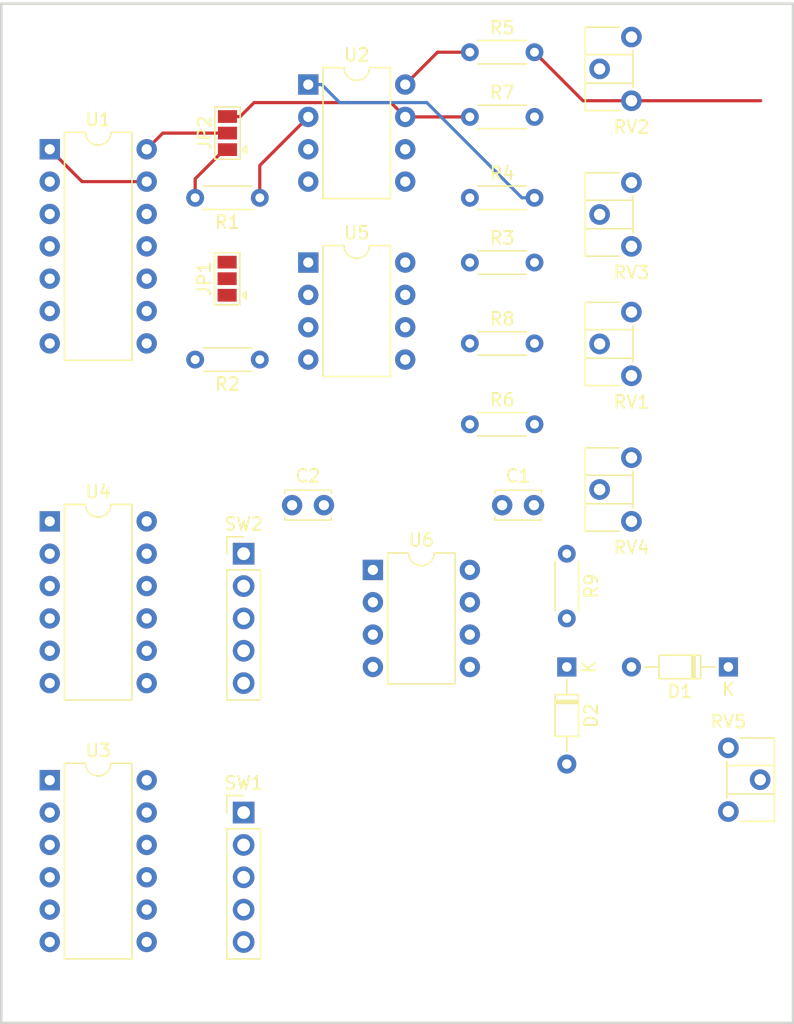
<source format=kicad_pcb>
(kicad_pcb (version 20171130) (host pcbnew 5.0.1)

  (general
    (thickness 1.6)
    (drawings 4)
    (tracks 23)
    (zones 0)
    (modules 28)
    (nets 54)
  )

  (page A4)
  (layers
    (0 F.Cu signal)
    (31 B.Cu signal)
    (32 B.Adhes user)
    (33 F.Adhes user)
    (34 B.Paste user)
    (35 F.Paste user)
    (36 B.SilkS user)
    (37 F.SilkS user)
    (38 B.Mask user)
    (39 F.Mask user)
    (40 Dwgs.User user)
    (41 Cmts.User user)
    (42 Eco1.User user)
    (43 Eco2.User user)
    (44 Edge.Cuts user)
    (45 Margin user)
    (46 B.CrtYd user)
    (47 F.CrtYd user)
    (48 B.Fab user)
    (49 F.Fab user)
  )

  (setup
    (last_trace_width 0.25)
    (trace_clearance 0.2)
    (zone_clearance 0.508)
    (zone_45_only no)
    (trace_min 0.2)
    (segment_width 0.2)
    (edge_width 0.15)
    (via_size 0.8)
    (via_drill 0.4)
    (via_min_size 0.4)
    (via_min_drill 0.3)
    (uvia_size 0.3)
    (uvia_drill 0.1)
    (uvias_allowed no)
    (uvia_min_size 0.2)
    (uvia_min_drill 0.1)
    (pcb_text_width 0.3)
    (pcb_text_size 1.5 1.5)
    (mod_edge_width 0.15)
    (mod_text_size 1 1)
    (mod_text_width 0.15)
    (pad_size 1.524 1.524)
    (pad_drill 0.762)
    (pad_to_mask_clearance 0.2)
    (solder_mask_min_width 0.25)
    (aux_axis_origin 0 0)
    (visible_elements FFFFFF7F)
    (pcbplotparams
      (layerselection 0x010fc_ffffffff)
      (usegerberextensions false)
      (usegerberattributes false)
      (usegerberadvancedattributes false)
      (creategerberjobfile false)
      (excludeedgelayer true)
      (linewidth 0.100000)
      (plotframeref false)
      (viasonmask false)
      (mode 1)
      (useauxorigin false)
      (hpglpennumber 1)
      (hpglpenspeed 20)
      (hpglpendiameter 15.000000)
      (psnegative false)
      (psa4output false)
      (plotreference true)
      (plotvalue true)
      (plotinvisibletext false)
      (padsonsilk false)
      (subtractmaskfromsilk false)
      (outputformat 1)
      (mirror false)
      (drillshape 1)
      (scaleselection 1)
      (outputdirectory ""))
  )

  (net 0 "")
  (net 1 "Net-(R1-Pad1)")
  (net 2 "Net-(R2-Pad1)")
  (net 3 "Net-(R3-Pad2)")
  (net 4 +15V)
  (net 5 "Net-(R4-Pad1)")
  (net 6 "Net-(R5-Pad2)")
  (net 7 "Net-(R6-Pad1)")
  (net 8 GND)
  (net 9 "Net-(RV1-Pad2)")
  (net 10 "Net-(RV2-Pad2)")
  (net 11 "Net-(RV3-Pad1)")
  (net 12 "Net-(RV4-Pad1)")
  (net 13 +5V)
  (net 14 "Net-(U1-Pad2)")
  (net 15 "Net-(U1-Pad6)")
  (net 16 "Net-(U1-Pad7)")
  (net 17 "Net-(U1-Pad9)")
  (net 18 -15V)
  (net 19 "Net-(U3-Pad3)")
  (net 20 "Net-(U3-Pad9)")
  (net 21 +12V)
  (net 22 "Net-(U3-Pad12)")
  (net 23 "Net-(U4-Pad12)")
  (net 24 "Net-(U4-Pad9)")
  (net 25 "Net-(U4-Pad3)")
  (net 26 "Net-(C1-Pad1)")
  (net 27 "Net-(C2-Pad1)")
  (net 28 "Net-(D1-Pad1)")
  (net 29 "Net-(D1-Pad2)")
  (net 30 "Net-(JP1-Pad2)")
  (net 31 "Net-(JP1-Pad1)")
  (net 32 "Net-(JP2-Pad1)")
  (net 33 "Net-(JP2-Pad2)")
  (net 34 "Net-(D2-Pad2)")
  (net 35 CLK2)
  (net 36 DT2)
  (net 37 button2)
  (net 38 "Net-(J2-Pad3)")
  (net 39 "Net-(J1-Pad3)")
  (net 40 "Net-(J1-Pad2)")
  (net 41 "Net-(J2-Pad2)")
  (net 42 "Net-(SW1-Pad1)")
  (net 43 "Net-(SW1-Pad3)")
  (net 44 "Net-(SW1-Pad5)")
  (net 45 "Net-(SW2-Pad5)")
  (net 46 "Net-(SW2-Pad3)")
  (net 47 "Net-(SW2-Pad1)")
  (net 48 "Net-(CN10-Pad17)")
  (net 49 "Net-(CN10-Pad11)")
  (net 50 "Net-(CN10-Pad15)")
  (net 51 /BUTTON1)
  (net 52 /DT1)
  (net 53 "Net-(U6-Pad3)")

  (net_class Default "This is the default net class."
    (clearance 0.2)
    (trace_width 0.25)
    (via_dia 0.8)
    (via_drill 0.4)
    (uvia_dia 0.3)
    (uvia_drill 0.1)
    (add_net +12V)
    (add_net +15V)
    (add_net +5V)
    (add_net -15V)
    (add_net /BUTTON1)
    (add_net /DT1)
    (add_net CLK2)
    (add_net DT2)
    (add_net GND)
    (add_net "Net-(C1-Pad1)")
    (add_net "Net-(C2-Pad1)")
    (add_net "Net-(CN10-Pad11)")
    (add_net "Net-(CN10-Pad15)")
    (add_net "Net-(CN10-Pad17)")
    (add_net "Net-(D1-Pad1)")
    (add_net "Net-(D1-Pad2)")
    (add_net "Net-(D2-Pad2)")
    (add_net "Net-(J1-Pad2)")
    (add_net "Net-(J1-Pad3)")
    (add_net "Net-(J2-Pad2)")
    (add_net "Net-(J2-Pad3)")
    (add_net "Net-(JP1-Pad1)")
    (add_net "Net-(JP1-Pad2)")
    (add_net "Net-(JP2-Pad1)")
    (add_net "Net-(JP2-Pad2)")
    (add_net "Net-(R1-Pad1)")
    (add_net "Net-(R2-Pad1)")
    (add_net "Net-(R3-Pad2)")
    (add_net "Net-(R4-Pad1)")
    (add_net "Net-(R5-Pad2)")
    (add_net "Net-(R6-Pad1)")
    (add_net "Net-(RV1-Pad2)")
    (add_net "Net-(RV2-Pad2)")
    (add_net "Net-(RV3-Pad1)")
    (add_net "Net-(RV4-Pad1)")
    (add_net "Net-(SW1-Pad1)")
    (add_net "Net-(SW1-Pad3)")
    (add_net "Net-(SW1-Pad5)")
    (add_net "Net-(SW2-Pad1)")
    (add_net "Net-(SW2-Pad3)")
    (add_net "Net-(SW2-Pad5)")
    (add_net "Net-(U1-Pad2)")
    (add_net "Net-(U1-Pad6)")
    (add_net "Net-(U1-Pad7)")
    (add_net "Net-(U1-Pad9)")
    (add_net "Net-(U3-Pad12)")
    (add_net "Net-(U3-Pad3)")
    (add_net "Net-(U3-Pad9)")
    (add_net "Net-(U4-Pad12)")
    (add_net "Net-(U4-Pad3)")
    (add_net "Net-(U4-Pad9)")
    (add_net "Net-(U6-Pad3)")
    (add_net button2)
  )

  (module Capacitor_THT:C_Disc_D3.4mm_W2.1mm_P2.50mm (layer F.Cu) (tedit 5AE50EF0) (tstamp 5C763F0A)
    (at 151.13 106.68)
    (descr "C, Disc series, Radial, pin pitch=2.50mm, , diameter*width=3.4*2.1mm^2, Capacitor, http://www.vishay.com/docs/45233/krseries.pdf")
    (tags "C Disc series Radial pin pitch 2.50mm  diameter 3.4mm width 2.1mm Capacitor")
    (path /5C6CE33E)
    (fp_text reference C1 (at 1.25 -2.3) (layer F.SilkS)
      (effects (font (size 1 1) (thickness 0.15)))
    )
    (fp_text value 104 (at 1.25 2.3) (layer F.Fab)
      (effects (font (size 1 1) (thickness 0.15)))
    )
    (fp_line (start -0.45 -1.05) (end -0.45 1.05) (layer F.Fab) (width 0.1))
    (fp_line (start -0.45 1.05) (end 2.95 1.05) (layer F.Fab) (width 0.1))
    (fp_line (start 2.95 1.05) (end 2.95 -1.05) (layer F.Fab) (width 0.1))
    (fp_line (start 2.95 -1.05) (end -0.45 -1.05) (layer F.Fab) (width 0.1))
    (fp_line (start -0.57 -1.17) (end 3.07 -1.17) (layer F.SilkS) (width 0.12))
    (fp_line (start -0.57 1.17) (end 3.07 1.17) (layer F.SilkS) (width 0.12))
    (fp_line (start -0.57 -1.17) (end -0.57 -0.925) (layer F.SilkS) (width 0.12))
    (fp_line (start -0.57 0.925) (end -0.57 1.17) (layer F.SilkS) (width 0.12))
    (fp_line (start 3.07 -1.17) (end 3.07 -0.925) (layer F.SilkS) (width 0.12))
    (fp_line (start 3.07 0.925) (end 3.07 1.17) (layer F.SilkS) (width 0.12))
    (fp_line (start -1.05 -1.3) (end -1.05 1.3) (layer F.CrtYd) (width 0.05))
    (fp_line (start -1.05 1.3) (end 3.55 1.3) (layer F.CrtYd) (width 0.05))
    (fp_line (start 3.55 1.3) (end 3.55 -1.3) (layer F.CrtYd) (width 0.05))
    (fp_line (start 3.55 -1.3) (end -1.05 -1.3) (layer F.CrtYd) (width 0.05))
    (fp_text user %R (at 1.25 0) (layer F.Fab)
      (effects (font (size 0.68 0.68) (thickness 0.102)))
    )
    (pad 1 thru_hole circle (at 0 0) (size 1.6 1.6) (drill 0.8) (layers *.Cu *.Mask)
      (net 26 "Net-(C1-Pad1)"))
    (pad 2 thru_hole circle (at 2.5 0) (size 1.6 1.6) (drill 0.8) (layers *.Cu *.Mask)
      (net 8 GND))
    (model ${KISYS3DMOD}/Capacitor_THT.3dshapes/C_Disc_D3.4mm_W2.1mm_P2.50mm.wrl
      (at (xyz 0 0 0))
      (scale (xyz 1 1 1))
      (rotate (xyz 0 0 0))
    )
  )

  (module Capacitor_THT:C_Disc_D3.4mm_W2.1mm_P2.50mm (layer F.Cu) (tedit 5AE50EF0) (tstamp 5C765763)
    (at 134.62 106.68)
    (descr "C, Disc series, Radial, pin pitch=2.50mm, , diameter*width=3.4*2.1mm^2, Capacitor, http://www.vishay.com/docs/45233/krseries.pdf")
    (tags "C Disc series Radial pin pitch 2.50mm  diameter 3.4mm width 2.1mm Capacitor")
    (path /5C741F2C)
    (fp_text reference C2 (at 1.25 -2.3) (layer F.SilkS)
      (effects (font (size 1 1) (thickness 0.15)))
    )
    (fp_text value 101 (at 1.25 2.3) (layer F.Fab)
      (effects (font (size 1 1) (thickness 0.15)))
    )
    (fp_text user %R (at 1.25 0) (layer F.Fab)
      (effects (font (size 0.68 0.68) (thickness 0.102)))
    )
    (fp_line (start 3.55 -1.3) (end -1.05 -1.3) (layer F.CrtYd) (width 0.05))
    (fp_line (start 3.55 1.3) (end 3.55 -1.3) (layer F.CrtYd) (width 0.05))
    (fp_line (start -1.05 1.3) (end 3.55 1.3) (layer F.CrtYd) (width 0.05))
    (fp_line (start -1.05 -1.3) (end -1.05 1.3) (layer F.CrtYd) (width 0.05))
    (fp_line (start 3.07 0.925) (end 3.07 1.17) (layer F.SilkS) (width 0.12))
    (fp_line (start 3.07 -1.17) (end 3.07 -0.925) (layer F.SilkS) (width 0.12))
    (fp_line (start -0.57 0.925) (end -0.57 1.17) (layer F.SilkS) (width 0.12))
    (fp_line (start -0.57 -1.17) (end -0.57 -0.925) (layer F.SilkS) (width 0.12))
    (fp_line (start -0.57 1.17) (end 3.07 1.17) (layer F.SilkS) (width 0.12))
    (fp_line (start -0.57 -1.17) (end 3.07 -1.17) (layer F.SilkS) (width 0.12))
    (fp_line (start 2.95 -1.05) (end -0.45 -1.05) (layer F.Fab) (width 0.1))
    (fp_line (start 2.95 1.05) (end 2.95 -1.05) (layer F.Fab) (width 0.1))
    (fp_line (start -0.45 1.05) (end 2.95 1.05) (layer F.Fab) (width 0.1))
    (fp_line (start -0.45 -1.05) (end -0.45 1.05) (layer F.Fab) (width 0.1))
    (pad 2 thru_hole circle (at 2.5 0) (size 1.6 1.6) (drill 0.8) (layers *.Cu *.Mask)
      (net 8 GND))
    (pad 1 thru_hole circle (at 0 0) (size 1.6 1.6) (drill 0.8) (layers *.Cu *.Mask)
      (net 27 "Net-(C2-Pad1)"))
    (model ${KISYS3DMOD}/Capacitor_THT.3dshapes/C_Disc_D3.4mm_W2.1mm_P2.50mm.wrl
      (at (xyz 0 0 0))
      (scale (xyz 1 1 1))
      (rotate (xyz 0 0 0))
    )
  )

  (module Jumper:SolderJumper-3_P1.3mm_Open_Pad1.0x1.5mm (layer F.Cu) (tedit 5A3F8BB2) (tstamp 5C765854)
    (at 129.51 88.9 90)
    (descr "SMD Solder 3-pad Jumper, 1x1.5mm Pads, 0.3mm gap, open")
    (tags "solder jumper open")
    (path /5C6A57F1)
    (attr virtual)
    (fp_text reference JP1 (at 0 -1.8 90) (layer F.SilkS)
      (effects (font (size 1 1) (thickness 0.15)))
    )
    (fp_text value Jumper_3_Open (at 0 2 90) (layer F.Fab)
      (effects (font (size 1 1) (thickness 0.15)))
    )
    (fp_line (start -1.3 1.2) (end -1 1.5) (layer F.SilkS) (width 0.12))
    (fp_line (start -1.6 1.5) (end -1 1.5) (layer F.SilkS) (width 0.12))
    (fp_line (start -1.3 1.2) (end -1.6 1.5) (layer F.SilkS) (width 0.12))
    (fp_line (start -2.05 1) (end -2.05 -1) (layer F.SilkS) (width 0.12))
    (fp_line (start 2.05 1) (end -2.05 1) (layer F.SilkS) (width 0.12))
    (fp_line (start 2.05 -1) (end 2.05 1) (layer F.SilkS) (width 0.12))
    (fp_line (start -2.05 -1) (end 2.05 -1) (layer F.SilkS) (width 0.12))
    (fp_line (start -2.3 -1.25) (end 2.3 -1.25) (layer F.CrtYd) (width 0.05))
    (fp_line (start -2.3 -1.25) (end -2.3 1.25) (layer F.CrtYd) (width 0.05))
    (fp_line (start 2.3 1.25) (end 2.3 -1.25) (layer F.CrtYd) (width 0.05))
    (fp_line (start 2.3 1.25) (end -2.3 1.25) (layer F.CrtYd) (width 0.05))
    (pad 3 smd rect (at 1.3 0 90) (size 1 1.5) (layers F.Cu F.Mask)
      (net 38 "Net-(J2-Pad3)"))
    (pad 2 smd rect (at 0 0 90) (size 1 1.5) (layers F.Cu F.Mask)
      (net 30 "Net-(JP1-Pad2)"))
    (pad 1 smd rect (at -1.3 0 90) (size 1 1.5) (layers F.Cu F.Mask)
      (net 31 "Net-(JP1-Pad1)"))
  )

  (module Jumper:SolderJumper-3_P1.3mm_Open_Pad1.0x1.5mm (layer F.Cu) (tedit 5A3F8BB2) (tstamp 5C763FB3)
    (at 129.54 77.47 90)
    (descr "SMD Solder 3-pad Jumper, 1x1.5mm Pads, 0.3mm gap, open")
    (tags "solder jumper open")
    (path /5C6B930D)
    (attr virtual)
    (fp_text reference JP2 (at 0 -1.8 90) (layer F.SilkS)
      (effects (font (size 1 1) (thickness 0.15)))
    )
    (fp_text value Jumper_3_Open (at 0 2 90) (layer F.Fab)
      (effects (font (size 1 1) (thickness 0.15)))
    )
    (fp_line (start 2.3 1.25) (end -2.3 1.25) (layer F.CrtYd) (width 0.05))
    (fp_line (start 2.3 1.25) (end 2.3 -1.25) (layer F.CrtYd) (width 0.05))
    (fp_line (start -2.3 -1.25) (end -2.3 1.25) (layer F.CrtYd) (width 0.05))
    (fp_line (start -2.3 -1.25) (end 2.3 -1.25) (layer F.CrtYd) (width 0.05))
    (fp_line (start -2.05 -1) (end 2.05 -1) (layer F.SilkS) (width 0.12))
    (fp_line (start 2.05 -1) (end 2.05 1) (layer F.SilkS) (width 0.12))
    (fp_line (start 2.05 1) (end -2.05 1) (layer F.SilkS) (width 0.12))
    (fp_line (start -2.05 1) (end -2.05 -1) (layer F.SilkS) (width 0.12))
    (fp_line (start -1.3 1.2) (end -1.6 1.5) (layer F.SilkS) (width 0.12))
    (fp_line (start -1.6 1.5) (end -1 1.5) (layer F.SilkS) (width 0.12))
    (fp_line (start -1.3 1.2) (end -1 1.5) (layer F.SilkS) (width 0.12))
    (pad 1 smd rect (at -1.3 0 90) (size 1 1.5) (layers F.Cu F.Mask)
      (net 32 "Net-(JP2-Pad1)"))
    (pad 2 smd rect (at 0 0 90) (size 1 1.5) (layers F.Cu F.Mask)
      (net 33 "Net-(JP2-Pad2)"))
    (pad 3 smd rect (at 1.3 0 90) (size 1 1.5) (layers F.Cu F.Mask)
      (net 39 "Net-(J1-Pad3)"))
  )

  (module Resistor_THT:R_Axial_DIN0204_L3.6mm_D1.6mm_P5.08mm_Horizontal (layer F.Cu) (tedit 5AE5139B) (tstamp 5C763FC6)
    (at 132.08 82.55 180)
    (descr "Resistor, Axial_DIN0204 series, Axial, Horizontal, pin pitch=5.08mm, 0.167W, length*diameter=3.6*1.6mm^2, http://cdn-reichelt.de/documents/datenblatt/B400/1_4W%23YAG.pdf")
    (tags "Resistor Axial_DIN0204 series Axial Horizontal pin pitch 5.08mm 0.167W length 3.6mm diameter 1.6mm")
    (path /5C4E162C)
    (fp_text reference R1 (at 2.54 -1.92 180) (layer F.SilkS)
      (effects (font (size 1 1) (thickness 0.15)))
    )
    (fp_text value 1k (at 2.54 1.92 180) (layer F.Fab)
      (effects (font (size 1 1) (thickness 0.15)))
    )
    (fp_text user %R (at 2.54 0 180) (layer F.Fab)
      (effects (font (size 0.72 0.72) (thickness 0.108)))
    )
    (fp_line (start 6.03 -1.05) (end -0.95 -1.05) (layer F.CrtYd) (width 0.05))
    (fp_line (start 6.03 1.05) (end 6.03 -1.05) (layer F.CrtYd) (width 0.05))
    (fp_line (start -0.95 1.05) (end 6.03 1.05) (layer F.CrtYd) (width 0.05))
    (fp_line (start -0.95 -1.05) (end -0.95 1.05) (layer F.CrtYd) (width 0.05))
    (fp_line (start 0.62 0.92) (end 4.46 0.92) (layer F.SilkS) (width 0.12))
    (fp_line (start 0.62 -0.92) (end 4.46 -0.92) (layer F.SilkS) (width 0.12))
    (fp_line (start 5.08 0) (end 4.34 0) (layer F.Fab) (width 0.1))
    (fp_line (start 0 0) (end 0.74 0) (layer F.Fab) (width 0.1))
    (fp_line (start 4.34 -0.8) (end 0.74 -0.8) (layer F.Fab) (width 0.1))
    (fp_line (start 4.34 0.8) (end 4.34 -0.8) (layer F.Fab) (width 0.1))
    (fp_line (start 0.74 0.8) (end 4.34 0.8) (layer F.Fab) (width 0.1))
    (fp_line (start 0.74 -0.8) (end 0.74 0.8) (layer F.Fab) (width 0.1))
    (pad 2 thru_hole oval (at 5.08 0 180) (size 1.4 1.4) (drill 0.7) (layers *.Cu *.Mask)
      (net 32 "Net-(JP2-Pad1)"))
    (pad 1 thru_hole circle (at 0 0 180) (size 1.4 1.4) (drill 0.7) (layers *.Cu *.Mask)
      (net 1 "Net-(R1-Pad1)"))
    (model ${KISYS3DMOD}/Resistor_THT.3dshapes/R_Axial_DIN0204_L3.6mm_D1.6mm_P5.08mm_Horizontal.wrl
      (at (xyz 0 0 0))
      (scale (xyz 1 1 1))
      (rotate (xyz 0 0 0))
    )
  )

  (module Resistor_THT:R_Axial_DIN0204_L3.6mm_D1.6mm_P5.08mm_Horizontal (layer F.Cu) (tedit 5AE5139B) (tstamp 5C765888)
    (at 132.08 95.25 180)
    (descr "Resistor, Axial_DIN0204 series, Axial, Horizontal, pin pitch=5.08mm, 0.167W, length*diameter=3.6*1.6mm^2, http://cdn-reichelt.de/documents/datenblatt/B400/1_4W%23YAG.pdf")
    (tags "Resistor Axial_DIN0204 series Axial Horizontal pin pitch 5.08mm 0.167W length 3.6mm diameter 1.6mm")
    (path /5C57BB72)
    (fp_text reference R2 (at 2.54 -1.92 180) (layer F.SilkS)
      (effects (font (size 1 1) (thickness 0.15)))
    )
    (fp_text value 1k (at 2.54 1.92 180) (layer F.Fab)
      (effects (font (size 1 1) (thickness 0.15)))
    )
    (fp_text user %R (at 2.54 0 180) (layer F.Fab)
      (effects (font (size 0.72 0.72) (thickness 0.108)))
    )
    (fp_line (start 6.03 -1.05) (end -0.95 -1.05) (layer F.CrtYd) (width 0.05))
    (fp_line (start 6.03 1.05) (end 6.03 -1.05) (layer F.CrtYd) (width 0.05))
    (fp_line (start -0.95 1.05) (end 6.03 1.05) (layer F.CrtYd) (width 0.05))
    (fp_line (start -0.95 -1.05) (end -0.95 1.05) (layer F.CrtYd) (width 0.05))
    (fp_line (start 0.62 0.92) (end 4.46 0.92) (layer F.SilkS) (width 0.12))
    (fp_line (start 0.62 -0.92) (end 4.46 -0.92) (layer F.SilkS) (width 0.12))
    (fp_line (start 5.08 0) (end 4.34 0) (layer F.Fab) (width 0.1))
    (fp_line (start 0 0) (end 0.74 0) (layer F.Fab) (width 0.1))
    (fp_line (start 4.34 -0.8) (end 0.74 -0.8) (layer F.Fab) (width 0.1))
    (fp_line (start 4.34 0.8) (end 4.34 -0.8) (layer F.Fab) (width 0.1))
    (fp_line (start 0.74 0.8) (end 4.34 0.8) (layer F.Fab) (width 0.1))
    (fp_line (start 0.74 -0.8) (end 0.74 0.8) (layer F.Fab) (width 0.1))
    (pad 2 thru_hole oval (at 5.08 0 180) (size 1.4 1.4) (drill 0.7) (layers *.Cu *.Mask)
      (net 31 "Net-(JP1-Pad1)"))
    (pad 1 thru_hole circle (at 0 0 180) (size 1.4 1.4) (drill 0.7) (layers *.Cu *.Mask)
      (net 2 "Net-(R2-Pad1)"))
    (model ${KISYS3DMOD}/Resistor_THT.3dshapes/R_Axial_DIN0204_L3.6mm_D1.6mm_P5.08mm_Horizontal.wrl
      (at (xyz 0 0 0))
      (scale (xyz 1 1 1))
      (rotate (xyz 0 0 0))
    )
  )

  (module Resistor_THT:R_Axial_DIN0204_L3.6mm_D1.6mm_P5.08mm_Horizontal (layer F.Cu) (tedit 5AE5139B) (tstamp 5C763FEC)
    (at 148.59 87.63)
    (descr "Resistor, Axial_DIN0204 series, Axial, Horizontal, pin pitch=5.08mm, 0.167W, length*diameter=3.6*1.6mm^2, http://cdn-reichelt.de/documents/datenblatt/B400/1_4W%23YAG.pdf")
    (tags "Resistor Axial_DIN0204 series Axial Horizontal pin pitch 5.08mm 0.167W length 3.6mm diameter 1.6mm")
    (path /5C4E1A32)
    (fp_text reference R3 (at 2.54 -1.92) (layer F.SilkS)
      (effects (font (size 1 1) (thickness 0.15)))
    )
    (fp_text value 47k (at 2.54 1.92) (layer F.Fab)
      (effects (font (size 1 1) (thickness 0.15)))
    )
    (fp_line (start 0.74 -0.8) (end 0.74 0.8) (layer F.Fab) (width 0.1))
    (fp_line (start 0.74 0.8) (end 4.34 0.8) (layer F.Fab) (width 0.1))
    (fp_line (start 4.34 0.8) (end 4.34 -0.8) (layer F.Fab) (width 0.1))
    (fp_line (start 4.34 -0.8) (end 0.74 -0.8) (layer F.Fab) (width 0.1))
    (fp_line (start 0 0) (end 0.74 0) (layer F.Fab) (width 0.1))
    (fp_line (start 5.08 0) (end 4.34 0) (layer F.Fab) (width 0.1))
    (fp_line (start 0.62 -0.92) (end 4.46 -0.92) (layer F.SilkS) (width 0.12))
    (fp_line (start 0.62 0.92) (end 4.46 0.92) (layer F.SilkS) (width 0.12))
    (fp_line (start -0.95 -1.05) (end -0.95 1.05) (layer F.CrtYd) (width 0.05))
    (fp_line (start -0.95 1.05) (end 6.03 1.05) (layer F.CrtYd) (width 0.05))
    (fp_line (start 6.03 1.05) (end 6.03 -1.05) (layer F.CrtYd) (width 0.05))
    (fp_line (start 6.03 -1.05) (end -0.95 -1.05) (layer F.CrtYd) (width 0.05))
    (fp_text user %R (at 2.54 0) (layer F.Fab)
      (effects (font (size 0.72 0.72) (thickness 0.108)))
    )
    (pad 1 thru_hole circle (at 0 0) (size 1.4 1.4) (drill 0.7) (layers *.Cu *.Mask)
      (net 4 +15V))
    (pad 2 thru_hole oval (at 5.08 0) (size 1.4 1.4) (drill 0.7) (layers *.Cu *.Mask)
      (net 3 "Net-(R3-Pad2)"))
    (model ${KISYS3DMOD}/Resistor_THT.3dshapes/R_Axial_DIN0204_L3.6mm_D1.6mm_P5.08mm_Horizontal.wrl
      (at (xyz 0 0 0))
      (scale (xyz 1 1 1))
      (rotate (xyz 0 0 0))
    )
  )

  (module Resistor_THT:R_Axial_DIN0204_L3.6mm_D1.6mm_P5.08mm_Horizontal (layer F.Cu) (tedit 5AE5139B) (tstamp 5C763FFF)
    (at 148.59 82.55)
    (descr "Resistor, Axial_DIN0204 series, Axial, Horizontal, pin pitch=5.08mm, 0.167W, length*diameter=3.6*1.6mm^2, http://cdn-reichelt.de/documents/datenblatt/B400/1_4W%23YAG.pdf")
    (tags "Resistor Axial_DIN0204 series Axial Horizontal pin pitch 5.08mm 0.167W length 3.6mm diameter 1.6mm")
    (path /5C4E1B31)
    (fp_text reference R4 (at 2.54 -1.92) (layer F.SilkS)
      (effects (font (size 1 1) (thickness 0.15)))
    )
    (fp_text value 10k (at 2.54 1.92) (layer F.Fab)
      (effects (font (size 1 1) (thickness 0.15)))
    )
    (fp_text user %R (at 2.54 0) (layer F.Fab)
      (effects (font (size 0.72 0.72) (thickness 0.108)))
    )
    (fp_line (start 6.03 -1.05) (end -0.95 -1.05) (layer F.CrtYd) (width 0.05))
    (fp_line (start 6.03 1.05) (end 6.03 -1.05) (layer F.CrtYd) (width 0.05))
    (fp_line (start -0.95 1.05) (end 6.03 1.05) (layer F.CrtYd) (width 0.05))
    (fp_line (start -0.95 -1.05) (end -0.95 1.05) (layer F.CrtYd) (width 0.05))
    (fp_line (start 0.62 0.92) (end 4.46 0.92) (layer F.SilkS) (width 0.12))
    (fp_line (start 0.62 -0.92) (end 4.46 -0.92) (layer F.SilkS) (width 0.12))
    (fp_line (start 5.08 0) (end 4.34 0) (layer F.Fab) (width 0.1))
    (fp_line (start 0 0) (end 0.74 0) (layer F.Fab) (width 0.1))
    (fp_line (start 4.34 -0.8) (end 0.74 -0.8) (layer F.Fab) (width 0.1))
    (fp_line (start 4.34 0.8) (end 4.34 -0.8) (layer F.Fab) (width 0.1))
    (fp_line (start 0.74 0.8) (end 4.34 0.8) (layer F.Fab) (width 0.1))
    (fp_line (start 0.74 -0.8) (end 0.74 0.8) (layer F.Fab) (width 0.1))
    (pad 2 thru_hole oval (at 5.08 0) (size 1.4 1.4) (drill 0.7) (layers *.Cu *.Mask)
      (net 40 "Net-(J1-Pad2)"))
    (pad 1 thru_hole circle (at 0 0) (size 1.4 1.4) (drill 0.7) (layers *.Cu *.Mask)
      (net 5 "Net-(R4-Pad1)"))
    (model ${KISYS3DMOD}/Resistor_THT.3dshapes/R_Axial_DIN0204_L3.6mm_D1.6mm_P5.08mm_Horizontal.wrl
      (at (xyz 0 0 0))
      (scale (xyz 1 1 1))
      (rotate (xyz 0 0 0))
    )
  )

  (module Resistor_THT:R_Axial_DIN0204_L3.6mm_D1.6mm_P5.08mm_Horizontal (layer F.Cu) (tedit 5AE5139B) (tstamp 5C764012)
    (at 148.59 71.12)
    (descr "Resistor, Axial_DIN0204 series, Axial, Horizontal, pin pitch=5.08mm, 0.167W, length*diameter=3.6*1.6mm^2, http://cdn-reichelt.de/documents/datenblatt/B400/1_4W%23YAG.pdf")
    (tags "Resistor Axial_DIN0204 series Axial Horizontal pin pitch 5.08mm 0.167W length 3.6mm diameter 1.6mm")
    (path /5C57BB79)
    (fp_text reference R5 (at 2.54 -1.92) (layer F.SilkS)
      (effects (font (size 1 1) (thickness 0.15)))
    )
    (fp_text value 47k (at 2.54 1.92) (layer F.Fab)
      (effects (font (size 1 1) (thickness 0.15)))
    )
    (fp_line (start 0.74 -0.8) (end 0.74 0.8) (layer F.Fab) (width 0.1))
    (fp_line (start 0.74 0.8) (end 4.34 0.8) (layer F.Fab) (width 0.1))
    (fp_line (start 4.34 0.8) (end 4.34 -0.8) (layer F.Fab) (width 0.1))
    (fp_line (start 4.34 -0.8) (end 0.74 -0.8) (layer F.Fab) (width 0.1))
    (fp_line (start 0 0) (end 0.74 0) (layer F.Fab) (width 0.1))
    (fp_line (start 5.08 0) (end 4.34 0) (layer F.Fab) (width 0.1))
    (fp_line (start 0.62 -0.92) (end 4.46 -0.92) (layer F.SilkS) (width 0.12))
    (fp_line (start 0.62 0.92) (end 4.46 0.92) (layer F.SilkS) (width 0.12))
    (fp_line (start -0.95 -1.05) (end -0.95 1.05) (layer F.CrtYd) (width 0.05))
    (fp_line (start -0.95 1.05) (end 6.03 1.05) (layer F.CrtYd) (width 0.05))
    (fp_line (start 6.03 1.05) (end 6.03 -1.05) (layer F.CrtYd) (width 0.05))
    (fp_line (start 6.03 -1.05) (end -0.95 -1.05) (layer F.CrtYd) (width 0.05))
    (fp_text user %R (at 2.54 0) (layer F.Fab)
      (effects (font (size 0.72 0.72) (thickness 0.108)))
    )
    (pad 1 thru_hole circle (at 0 0) (size 1.4 1.4) (drill 0.7) (layers *.Cu *.Mask)
      (net 4 +15V))
    (pad 2 thru_hole oval (at 5.08 0) (size 1.4 1.4) (drill 0.7) (layers *.Cu *.Mask)
      (net 6 "Net-(R5-Pad2)"))
    (model ${KISYS3DMOD}/Resistor_THT.3dshapes/R_Axial_DIN0204_L3.6mm_D1.6mm_P5.08mm_Horizontal.wrl
      (at (xyz 0 0 0))
      (scale (xyz 1 1 1))
      (rotate (xyz 0 0 0))
    )
  )

  (module Resistor_THT:R_Axial_DIN0204_L3.6mm_D1.6mm_P5.08mm_Horizontal (layer F.Cu) (tedit 5AE5139B) (tstamp 5C764025)
    (at 148.59 100.33)
    (descr "Resistor, Axial_DIN0204 series, Axial, Horizontal, pin pitch=5.08mm, 0.167W, length*diameter=3.6*1.6mm^2, http://cdn-reichelt.de/documents/datenblatt/B400/1_4W%23YAG.pdf")
    (tags "Resistor Axial_DIN0204 series Axial Horizontal pin pitch 5.08mm 0.167W length 3.6mm diameter 1.6mm")
    (path /5C57BB80)
    (fp_text reference R6 (at 2.54 -1.92) (layer F.SilkS)
      (effects (font (size 1 1) (thickness 0.15)))
    )
    (fp_text value 10k (at 2.54 1.92) (layer F.Fab)
      (effects (font (size 1 1) (thickness 0.15)))
    )
    (fp_line (start 0.74 -0.8) (end 0.74 0.8) (layer F.Fab) (width 0.1))
    (fp_line (start 0.74 0.8) (end 4.34 0.8) (layer F.Fab) (width 0.1))
    (fp_line (start 4.34 0.8) (end 4.34 -0.8) (layer F.Fab) (width 0.1))
    (fp_line (start 4.34 -0.8) (end 0.74 -0.8) (layer F.Fab) (width 0.1))
    (fp_line (start 0 0) (end 0.74 0) (layer F.Fab) (width 0.1))
    (fp_line (start 5.08 0) (end 4.34 0) (layer F.Fab) (width 0.1))
    (fp_line (start 0.62 -0.92) (end 4.46 -0.92) (layer F.SilkS) (width 0.12))
    (fp_line (start 0.62 0.92) (end 4.46 0.92) (layer F.SilkS) (width 0.12))
    (fp_line (start -0.95 -1.05) (end -0.95 1.05) (layer F.CrtYd) (width 0.05))
    (fp_line (start -0.95 1.05) (end 6.03 1.05) (layer F.CrtYd) (width 0.05))
    (fp_line (start 6.03 1.05) (end 6.03 -1.05) (layer F.CrtYd) (width 0.05))
    (fp_line (start 6.03 -1.05) (end -0.95 -1.05) (layer F.CrtYd) (width 0.05))
    (fp_text user %R (at 2.54 0) (layer F.Fab)
      (effects (font (size 0.72 0.72) (thickness 0.108)))
    )
    (pad 1 thru_hole circle (at 0 0) (size 1.4 1.4) (drill 0.7) (layers *.Cu *.Mask)
      (net 7 "Net-(R6-Pad1)"))
    (pad 2 thru_hole oval (at 5.08 0) (size 1.4 1.4) (drill 0.7) (layers *.Cu *.Mask)
      (net 41 "Net-(J2-Pad2)"))
    (model ${KISYS3DMOD}/Resistor_THT.3dshapes/R_Axial_DIN0204_L3.6mm_D1.6mm_P5.08mm_Horizontal.wrl
      (at (xyz 0 0 0))
      (scale (xyz 1 1 1))
      (rotate (xyz 0 0 0))
    )
  )

  (module Resistor_THT:R_Axial_DIN0204_L3.6mm_D1.6mm_P5.08mm_Horizontal (layer F.Cu) (tedit 5AE5139B) (tstamp 5C764038)
    (at 148.59 76.2)
    (descr "Resistor, Axial_DIN0204 series, Axial, Horizontal, pin pitch=5.08mm, 0.167W, length*diameter=3.6*1.6mm^2, http://cdn-reichelt.de/documents/datenblatt/B400/1_4W%23YAG.pdf")
    (tags "Resistor Axial_DIN0204 series Axial Horizontal pin pitch 5.08mm 0.167W length 3.6mm diameter 1.6mm")
    (path /5C5797EA)
    (fp_text reference R7 (at 2.54 -1.92) (layer F.SilkS)
      (effects (font (size 1 1) (thickness 0.15)))
    )
    (fp_text value 10k (at 2.54 1.92) (layer F.Fab)
      (effects (font (size 1 1) (thickness 0.15)))
    )
    (fp_text user %R (at 2.54 0) (layer F.Fab)
      (effects (font (size 0.72 0.72) (thickness 0.108)))
    )
    (fp_line (start 6.03 -1.05) (end -0.95 -1.05) (layer F.CrtYd) (width 0.05))
    (fp_line (start 6.03 1.05) (end 6.03 -1.05) (layer F.CrtYd) (width 0.05))
    (fp_line (start -0.95 1.05) (end 6.03 1.05) (layer F.CrtYd) (width 0.05))
    (fp_line (start -0.95 -1.05) (end -0.95 1.05) (layer F.CrtYd) (width 0.05))
    (fp_line (start 0.62 0.92) (end 4.46 0.92) (layer F.SilkS) (width 0.12))
    (fp_line (start 0.62 -0.92) (end 4.46 -0.92) (layer F.SilkS) (width 0.12))
    (fp_line (start 5.08 0) (end 4.34 0) (layer F.Fab) (width 0.1))
    (fp_line (start 0 0) (end 0.74 0) (layer F.Fab) (width 0.1))
    (fp_line (start 4.34 -0.8) (end 0.74 -0.8) (layer F.Fab) (width 0.1))
    (fp_line (start 4.34 0.8) (end 4.34 -0.8) (layer F.Fab) (width 0.1))
    (fp_line (start 0.74 0.8) (end 4.34 0.8) (layer F.Fab) (width 0.1))
    (fp_line (start 0.74 -0.8) (end 0.74 0.8) (layer F.Fab) (width 0.1))
    (pad 2 thru_hole oval (at 5.08 0) (size 1.4 1.4) (drill 0.7) (layers *.Cu *.Mask)
      (net 5 "Net-(R4-Pad1)"))
    (pad 1 thru_hole circle (at 0 0) (size 1.4 1.4) (drill 0.7) (layers *.Cu *.Mask)
      (net 39 "Net-(J1-Pad3)"))
    (model ${KISYS3DMOD}/Resistor_THT.3dshapes/R_Axial_DIN0204_L3.6mm_D1.6mm_P5.08mm_Horizontal.wrl
      (at (xyz 0 0 0))
      (scale (xyz 1 1 1))
      (rotate (xyz 0 0 0))
    )
  )

  (module Resistor_THT:R_Axial_DIN0204_L3.6mm_D1.6mm_P5.08mm_Horizontal (layer F.Cu) (tedit 5AE5139B) (tstamp 5C76404B)
    (at 148.59 93.98)
    (descr "Resistor, Axial_DIN0204 series, Axial, Horizontal, pin pitch=5.08mm, 0.167W, length*diameter=3.6*1.6mm^2, http://cdn-reichelt.de/documents/datenblatt/B400/1_4W%23YAG.pdf")
    (tags "Resistor Axial_DIN0204 series Axial Horizontal pin pitch 5.08mm 0.167W length 3.6mm diameter 1.6mm")
    (path /5C57BBC7)
    (fp_text reference R8 (at 2.54 -1.92) (layer F.SilkS)
      (effects (font (size 1 1) (thickness 0.15)))
    )
    (fp_text value 10k (at 2.54 1.92) (layer F.Fab)
      (effects (font (size 1 1) (thickness 0.15)))
    )
    (fp_line (start 0.74 -0.8) (end 0.74 0.8) (layer F.Fab) (width 0.1))
    (fp_line (start 0.74 0.8) (end 4.34 0.8) (layer F.Fab) (width 0.1))
    (fp_line (start 4.34 0.8) (end 4.34 -0.8) (layer F.Fab) (width 0.1))
    (fp_line (start 4.34 -0.8) (end 0.74 -0.8) (layer F.Fab) (width 0.1))
    (fp_line (start 0 0) (end 0.74 0) (layer F.Fab) (width 0.1))
    (fp_line (start 5.08 0) (end 4.34 0) (layer F.Fab) (width 0.1))
    (fp_line (start 0.62 -0.92) (end 4.46 -0.92) (layer F.SilkS) (width 0.12))
    (fp_line (start 0.62 0.92) (end 4.46 0.92) (layer F.SilkS) (width 0.12))
    (fp_line (start -0.95 -1.05) (end -0.95 1.05) (layer F.CrtYd) (width 0.05))
    (fp_line (start -0.95 1.05) (end 6.03 1.05) (layer F.CrtYd) (width 0.05))
    (fp_line (start 6.03 1.05) (end 6.03 -1.05) (layer F.CrtYd) (width 0.05))
    (fp_line (start 6.03 -1.05) (end -0.95 -1.05) (layer F.CrtYd) (width 0.05))
    (fp_text user %R (at 2.54 0) (layer F.Fab)
      (effects (font (size 0.72 0.72) (thickness 0.108)))
    )
    (pad 1 thru_hole circle (at 0 0) (size 1.4 1.4) (drill 0.7) (layers *.Cu *.Mask)
      (net 38 "Net-(J2-Pad3)"))
    (pad 2 thru_hole oval (at 5.08 0) (size 1.4 1.4) (drill 0.7) (layers *.Cu *.Mask)
      (net 7 "Net-(R6-Pad1)"))
    (model ${KISYS3DMOD}/Resistor_THT.3dshapes/R_Axial_DIN0204_L3.6mm_D1.6mm_P5.08mm_Horizontal.wrl
      (at (xyz 0 0 0))
      (scale (xyz 1 1 1))
      (rotate (xyz 0 0 0))
    )
  )

  (module Resistor_THT:R_Axial_DIN0204_L3.6mm_D1.6mm_P5.08mm_Horizontal (layer F.Cu) (tedit 5AE5139B) (tstamp 5C76405E)
    (at 156.21 110.49 270)
    (descr "Resistor, Axial_DIN0204 series, Axial, Horizontal, pin pitch=5.08mm, 0.167W, length*diameter=3.6*1.6mm^2, http://cdn-reichelt.de/documents/datenblatt/B400/1_4W%23YAG.pdf")
    (tags "Resistor Axial_DIN0204 series Axial Horizontal pin pitch 5.08mm 0.167W length 3.6mm diameter 1.6mm")
    (path /5C7BEAC9)
    (fp_text reference R9 (at 2.54 -1.92 270) (layer F.SilkS)
      (effects (font (size 1 1) (thickness 0.15)))
    )
    (fp_text value 2K (at 2.54 1.92 270) (layer F.Fab)
      (effects (font (size 1 1) (thickness 0.15)))
    )
    (fp_line (start 0.74 -0.8) (end 0.74 0.8) (layer F.Fab) (width 0.1))
    (fp_line (start 0.74 0.8) (end 4.34 0.8) (layer F.Fab) (width 0.1))
    (fp_line (start 4.34 0.8) (end 4.34 -0.8) (layer F.Fab) (width 0.1))
    (fp_line (start 4.34 -0.8) (end 0.74 -0.8) (layer F.Fab) (width 0.1))
    (fp_line (start 0 0) (end 0.74 0) (layer F.Fab) (width 0.1))
    (fp_line (start 5.08 0) (end 4.34 0) (layer F.Fab) (width 0.1))
    (fp_line (start 0.62 -0.92) (end 4.46 -0.92) (layer F.SilkS) (width 0.12))
    (fp_line (start 0.62 0.92) (end 4.46 0.92) (layer F.SilkS) (width 0.12))
    (fp_line (start -0.95 -1.05) (end -0.95 1.05) (layer F.CrtYd) (width 0.05))
    (fp_line (start -0.95 1.05) (end 6.03 1.05) (layer F.CrtYd) (width 0.05))
    (fp_line (start 6.03 1.05) (end 6.03 -1.05) (layer F.CrtYd) (width 0.05))
    (fp_line (start 6.03 -1.05) (end -0.95 -1.05) (layer F.CrtYd) (width 0.05))
    (fp_text user %R (at 2.54 0 270) (layer F.Fab)
      (effects (font (size 0.72 0.72) (thickness 0.108)))
    )
    (pad 1 thru_hole circle (at 0 0 270) (size 1.4 1.4) (drill 0.7) (layers *.Cu *.Mask)
      (net 13 +5V))
    (pad 2 thru_hole oval (at 5.08 0 270) (size 1.4 1.4) (drill 0.7) (layers *.Cu *.Mask)
      (net 29 "Net-(D1-Pad2)"))
    (model ${KISYS3DMOD}/Resistor_THT.3dshapes/R_Axial_DIN0204_L3.6mm_D1.6mm_P5.08mm_Horizontal.wrl
      (at (xyz 0 0 0))
      (scale (xyz 1 1 1))
      (rotate (xyz 0 0 0))
    )
  )

  (module Potentiometer_THT:Potentiometer_ACP_CA6-H2,5_Horizontal (layer F.Cu) (tedit 5A3D4994) (tstamp 5C765C80)
    (at 161.29 96.52 180)
    (descr "Potentiometer, horizontal, ACP CA6-H2,5, http://www.acptechnologies.com/wp-content/uploads/2017/06/01-ACP-CA6.pdf")
    (tags "Potentiometer horizontal ACP CA6-H2,5")
    (path /5C5746E0)
    (fp_text reference RV1 (at 0 -2.06 180) (layer F.SilkS)
      (effects (font (size 1 1) (thickness 0.15)))
    )
    (fp_text value 10k (at 0 7.06 180) (layer F.Fab)
      (effects (font (size 1 1) (thickness 0.15)))
    )
    (fp_line (start 3.5 -0.65) (end 3.5 5.65) (layer F.Fab) (width 0.1))
    (fp_line (start 3.5 5.65) (end 0 5.65) (layer F.Fab) (width 0.1))
    (fp_line (start 0 5.65) (end 0 -0.65) (layer F.Fab) (width 0.1))
    (fp_line (start 0 -0.65) (end 3.5 -0.65) (layer F.Fab) (width 0.1))
    (fp_line (start 0 1.5) (end 0 3.5) (layer F.Fab) (width 0.1))
    (fp_line (start 0 3.5) (end 3.5 3.5) (layer F.Fab) (width 0.1))
    (fp_line (start 3.5 3.5) (end 3.5 1.5) (layer F.Fab) (width 0.1))
    (fp_line (start 3.5 1.5) (end 0 1.5) (layer F.Fab) (width 0.1))
    (fp_line (start 0.925 -0.77) (end 3.62 -0.77) (layer F.SilkS) (width 0.12))
    (fp_line (start 0.925 5.77) (end 3.62 5.77) (layer F.SilkS) (width 0.12))
    (fp_line (start 3.62 -0.77) (end 3.62 5.77) (layer F.SilkS) (width 0.12))
    (fp_line (start -0.121 1.066) (end -0.121 3.935) (layer F.SilkS) (width 0.12))
    (fp_line (start -0.121 1.38) (end 3.62 1.38) (layer F.SilkS) (width 0.12))
    (fp_line (start -0.121 3.62) (end 3.62 3.62) (layer F.SilkS) (width 0.12))
    (fp_line (start -0.121 1.38) (end -0.121 3.62) (layer F.SilkS) (width 0.12))
    (fp_line (start 3.62 1.38) (end 3.62 3.62) (layer F.SilkS) (width 0.12))
    (fp_line (start -1.1 -1.1) (end -1.1 6.1) (layer F.CrtYd) (width 0.05))
    (fp_line (start -1.1 6.1) (end 3.75 6.1) (layer F.CrtYd) (width 0.05))
    (fp_line (start 3.75 6.1) (end 3.75 -1.1) (layer F.CrtYd) (width 0.05))
    (fp_line (start 3.75 -1.1) (end -1.1 -1.1) (layer F.CrtYd) (width 0.05))
    (fp_text user %R (at 1.75 2.5 180) (layer F.Fab)
      (effects (font (size 0.78 0.78) (thickness 0.15)))
    )
    (pad 3 thru_hole circle (at 0 5 180) (size 1.62 1.62) (drill 0.9) (layers *.Cu *.Mask)
      (net 8 GND))
    (pad 2 thru_hole circle (at 2.5 2.5 180) (size 1.62 1.62) (drill 0.9) (layers *.Cu *.Mask)
      (net 9 "Net-(RV1-Pad2)"))
    (pad 1 thru_hole circle (at 0 0 180) (size 1.62 1.62) (drill 0.9) (layers *.Cu *.Mask)
      (net 3 "Net-(R3-Pad2)"))
    (model ${KISYS3DMOD}/Potentiometer_THT.3dshapes/Potentiometer_ACP_CA6-H2,5_Horizontal.wrl
      (at (xyz 0 0 0))
      (scale (xyz 1 1 1))
      (rotate (xyz 0 0 0))
    )
  )

  (module Potentiometer_THT:Potentiometer_ACP_CA6-H2,5_Horizontal (layer F.Cu) (tedit 5A3D4994) (tstamp 5C765C2F)
    (at 161.29 74.93 180)
    (descr "Potentiometer, horizontal, ACP CA6-H2,5, http://www.acptechnologies.com/wp-content/uploads/2017/06/01-ACP-CA6.pdf")
    (tags "Potentiometer horizontal ACP CA6-H2,5")
    (path /5C57BB90)
    (fp_text reference RV2 (at 0 -2.06 180) (layer F.SilkS)
      (effects (font (size 1 1) (thickness 0.15)))
    )
    (fp_text value 10k (at 0 7.06 180) (layer F.Fab)
      (effects (font (size 1 1) (thickness 0.15)))
    )
    (fp_line (start 3.5 -0.65) (end 3.5 5.65) (layer F.Fab) (width 0.1))
    (fp_line (start 3.5 5.65) (end 0 5.65) (layer F.Fab) (width 0.1))
    (fp_line (start 0 5.65) (end 0 -0.65) (layer F.Fab) (width 0.1))
    (fp_line (start 0 -0.65) (end 3.5 -0.65) (layer F.Fab) (width 0.1))
    (fp_line (start 0 1.5) (end 0 3.5) (layer F.Fab) (width 0.1))
    (fp_line (start 0 3.5) (end 3.5 3.5) (layer F.Fab) (width 0.1))
    (fp_line (start 3.5 3.5) (end 3.5 1.5) (layer F.Fab) (width 0.1))
    (fp_line (start 3.5 1.5) (end 0 1.5) (layer F.Fab) (width 0.1))
    (fp_line (start 0.925 -0.77) (end 3.62 -0.77) (layer F.SilkS) (width 0.12))
    (fp_line (start 0.925 5.77) (end 3.62 5.77) (layer F.SilkS) (width 0.12))
    (fp_line (start 3.62 -0.77) (end 3.62 5.77) (layer F.SilkS) (width 0.12))
    (fp_line (start -0.121 1.066) (end -0.121 3.935) (layer F.SilkS) (width 0.12))
    (fp_line (start -0.121 1.38) (end 3.62 1.38) (layer F.SilkS) (width 0.12))
    (fp_line (start -0.121 3.62) (end 3.62 3.62) (layer F.SilkS) (width 0.12))
    (fp_line (start -0.121 1.38) (end -0.121 3.62) (layer F.SilkS) (width 0.12))
    (fp_line (start 3.62 1.38) (end 3.62 3.62) (layer F.SilkS) (width 0.12))
    (fp_line (start -1.1 -1.1) (end -1.1 6.1) (layer F.CrtYd) (width 0.05))
    (fp_line (start -1.1 6.1) (end 3.75 6.1) (layer F.CrtYd) (width 0.05))
    (fp_line (start 3.75 6.1) (end 3.75 -1.1) (layer F.CrtYd) (width 0.05))
    (fp_line (start 3.75 -1.1) (end -1.1 -1.1) (layer F.CrtYd) (width 0.05))
    (fp_text user %R (at 1.75 2.5 180) (layer F.Fab)
      (effects (font (size 0.78 0.78) (thickness 0.15)))
    )
    (pad 3 thru_hole circle (at 0 5 180) (size 1.62 1.62) (drill 0.9) (layers *.Cu *.Mask)
      (net 8 GND))
    (pad 2 thru_hole circle (at 2.5 2.5 180) (size 1.62 1.62) (drill 0.9) (layers *.Cu *.Mask)
      (net 10 "Net-(RV2-Pad2)"))
    (pad 1 thru_hole circle (at 0 0 180) (size 1.62 1.62) (drill 0.9) (layers *.Cu *.Mask)
      (net 6 "Net-(R5-Pad2)"))
    (model ${KISYS3DMOD}/Potentiometer_THT.3dshapes/Potentiometer_ACP_CA6-H2,5_Horizontal.wrl
      (at (xyz 0 0 0))
      (scale (xyz 1 1 1))
      (rotate (xyz 0 0 0))
    )
  )

  (module Potentiometer_THT:Potentiometer_ACP_CA6-H2,5_Horizontal (layer F.Cu) (tedit 5A3D4994) (tstamp 5C765BDE)
    (at 161.29 86.36 180)
    (descr "Potentiometer, horizontal, ACP CA6-H2,5, http://www.acptechnologies.com/wp-content/uploads/2017/06/01-ACP-CA6.pdf")
    (tags "Potentiometer horizontal ACP CA6-H2,5")
    (path /5C575057)
    (fp_text reference RV3 (at 0 -2.06 180) (layer F.SilkS)
      (effects (font (size 1 1) (thickness 0.15)))
    )
    (fp_text value 10k (at 0 7.06 180) (layer F.Fab)
      (effects (font (size 1 1) (thickness 0.15)))
    )
    (fp_text user %R (at 1.75 2.5 180) (layer F.Fab)
      (effects (font (size 0.78 0.78) (thickness 0.15)))
    )
    (fp_line (start 3.75 -1.1) (end -1.1 -1.1) (layer F.CrtYd) (width 0.05))
    (fp_line (start 3.75 6.1) (end 3.75 -1.1) (layer F.CrtYd) (width 0.05))
    (fp_line (start -1.1 6.1) (end 3.75 6.1) (layer F.CrtYd) (width 0.05))
    (fp_line (start -1.1 -1.1) (end -1.1 6.1) (layer F.CrtYd) (width 0.05))
    (fp_line (start 3.62 1.38) (end 3.62 3.62) (layer F.SilkS) (width 0.12))
    (fp_line (start -0.121 1.38) (end -0.121 3.62) (layer F.SilkS) (width 0.12))
    (fp_line (start -0.121 3.62) (end 3.62 3.62) (layer F.SilkS) (width 0.12))
    (fp_line (start -0.121 1.38) (end 3.62 1.38) (layer F.SilkS) (width 0.12))
    (fp_line (start -0.121 1.066) (end -0.121 3.935) (layer F.SilkS) (width 0.12))
    (fp_line (start 3.62 -0.77) (end 3.62 5.77) (layer F.SilkS) (width 0.12))
    (fp_line (start 0.925 5.77) (end 3.62 5.77) (layer F.SilkS) (width 0.12))
    (fp_line (start 0.925 -0.77) (end 3.62 -0.77) (layer F.SilkS) (width 0.12))
    (fp_line (start 3.5 1.5) (end 0 1.5) (layer F.Fab) (width 0.1))
    (fp_line (start 3.5 3.5) (end 3.5 1.5) (layer F.Fab) (width 0.1))
    (fp_line (start 0 3.5) (end 3.5 3.5) (layer F.Fab) (width 0.1))
    (fp_line (start 0 1.5) (end 0 3.5) (layer F.Fab) (width 0.1))
    (fp_line (start 0 -0.65) (end 3.5 -0.65) (layer F.Fab) (width 0.1))
    (fp_line (start 0 5.65) (end 0 -0.65) (layer F.Fab) (width 0.1))
    (fp_line (start 3.5 5.65) (end 0 5.65) (layer F.Fab) (width 0.1))
    (fp_line (start 3.5 -0.65) (end 3.5 5.65) (layer F.Fab) (width 0.1))
    (pad 1 thru_hole circle (at 0 0 180) (size 1.62 1.62) (drill 0.9) (layers *.Cu *.Mask)
      (net 11 "Net-(RV3-Pad1)"))
    (pad 2 thru_hole circle (at 2.5 2.5 180) (size 1.62 1.62) (drill 0.9) (layers *.Cu *.Mask)
      (net 40 "Net-(J1-Pad2)"))
    (pad 3 thru_hole circle (at 0 5 180) (size 1.62 1.62) (drill 0.9) (layers *.Cu *.Mask)
      (net 1 "Net-(R1-Pad1)"))
    (model ${KISYS3DMOD}/Potentiometer_THT.3dshapes/Potentiometer_ACP_CA6-H2,5_Horizontal.wrl
      (at (xyz 0 0 0))
      (scale (xyz 1 1 1))
      (rotate (xyz 0 0 0))
    )
  )

  (module Potentiometer_THT:Potentiometer_ACP_CA6-H2,5_Horizontal (layer F.Cu) (tedit 5A3D4994) (tstamp 5C765B8A)
    (at 161.29 107.95 180)
    (descr "Potentiometer, horizontal, ACP CA6-H2,5, http://www.acptechnologies.com/wp-content/uploads/2017/06/01-ACP-CA6.pdf")
    (tags "Potentiometer horizontal ACP CA6-H2,5")
    (path /5C57BBA5)
    (fp_text reference RV4 (at 0 -2.06 180) (layer F.SilkS)
      (effects (font (size 1 1) (thickness 0.15)))
    )
    (fp_text value 10k (at 0 7.06 180) (layer F.Fab)
      (effects (font (size 1 1) (thickness 0.15)))
    )
    (fp_line (start 3.5 -0.65) (end 3.5 5.65) (layer F.Fab) (width 0.1))
    (fp_line (start 3.5 5.65) (end 0 5.65) (layer F.Fab) (width 0.1))
    (fp_line (start 0 5.65) (end 0 -0.65) (layer F.Fab) (width 0.1))
    (fp_line (start 0 -0.65) (end 3.5 -0.65) (layer F.Fab) (width 0.1))
    (fp_line (start 0 1.5) (end 0 3.5) (layer F.Fab) (width 0.1))
    (fp_line (start 0 3.5) (end 3.5 3.5) (layer F.Fab) (width 0.1))
    (fp_line (start 3.5 3.5) (end 3.5 1.5) (layer F.Fab) (width 0.1))
    (fp_line (start 3.5 1.5) (end 0 1.5) (layer F.Fab) (width 0.1))
    (fp_line (start 0.925 -0.77) (end 3.62 -0.77) (layer F.SilkS) (width 0.12))
    (fp_line (start 0.925 5.77) (end 3.62 5.77) (layer F.SilkS) (width 0.12))
    (fp_line (start 3.62 -0.77) (end 3.62 5.77) (layer F.SilkS) (width 0.12))
    (fp_line (start -0.121 1.066) (end -0.121 3.935) (layer F.SilkS) (width 0.12))
    (fp_line (start -0.121 1.38) (end 3.62 1.38) (layer F.SilkS) (width 0.12))
    (fp_line (start -0.121 3.62) (end 3.62 3.62) (layer F.SilkS) (width 0.12))
    (fp_line (start -0.121 1.38) (end -0.121 3.62) (layer F.SilkS) (width 0.12))
    (fp_line (start 3.62 1.38) (end 3.62 3.62) (layer F.SilkS) (width 0.12))
    (fp_line (start -1.1 -1.1) (end -1.1 6.1) (layer F.CrtYd) (width 0.05))
    (fp_line (start -1.1 6.1) (end 3.75 6.1) (layer F.CrtYd) (width 0.05))
    (fp_line (start 3.75 6.1) (end 3.75 -1.1) (layer F.CrtYd) (width 0.05))
    (fp_line (start 3.75 -1.1) (end -1.1 -1.1) (layer F.CrtYd) (width 0.05))
    (fp_text user %R (at 1.75 2.5 180) (layer F.Fab)
      (effects (font (size 0.78 0.78) (thickness 0.15)))
    )
    (pad 3 thru_hole circle (at 0 5 180) (size 1.62 1.62) (drill 0.9) (layers *.Cu *.Mask)
      (net 2 "Net-(R2-Pad1)"))
    (pad 2 thru_hole circle (at 2.5 2.5 180) (size 1.62 1.62) (drill 0.9) (layers *.Cu *.Mask)
      (net 41 "Net-(J2-Pad2)"))
    (pad 1 thru_hole circle (at 0 0 180) (size 1.62 1.62) (drill 0.9) (layers *.Cu *.Mask)
      (net 12 "Net-(RV4-Pad1)"))
    (model ${KISYS3DMOD}/Potentiometer_THT.3dshapes/Potentiometer_ACP_CA6-H2,5_Horizontal.wrl
      (at (xyz 0 0 0))
      (scale (xyz 1 1 1))
      (rotate (xyz 0 0 0))
    )
  )

  (module Potentiometer_THT:Potentiometer_ACP_CA6-H2,5_Horizontal (layer F.Cu) (tedit 5A3D4994) (tstamp 5C7640EA)
    (at 168.91 125.73)
    (descr "Potentiometer, horizontal, ACP CA6-H2,5, http://www.acptechnologies.com/wp-content/uploads/2017/06/01-ACP-CA6.pdf")
    (tags "Potentiometer horizontal ACP CA6-H2,5")
    (path /5C6D995F)
    (fp_text reference RV5 (at 0 -2.06) (layer F.SilkS)
      (effects (font (size 1 1) (thickness 0.15)))
    )
    (fp_text value 100K (at 0 7.06) (layer F.Fab)
      (effects (font (size 1 1) (thickness 0.15)))
    )
    (fp_text user %R (at 1.75 2.5) (layer F.Fab)
      (effects (font (size 0.78 0.78) (thickness 0.15)))
    )
    (fp_line (start 3.75 -1.1) (end -1.1 -1.1) (layer F.CrtYd) (width 0.05))
    (fp_line (start 3.75 6.1) (end 3.75 -1.1) (layer F.CrtYd) (width 0.05))
    (fp_line (start -1.1 6.1) (end 3.75 6.1) (layer F.CrtYd) (width 0.05))
    (fp_line (start -1.1 -1.1) (end -1.1 6.1) (layer F.CrtYd) (width 0.05))
    (fp_line (start 3.62 1.38) (end 3.62 3.62) (layer F.SilkS) (width 0.12))
    (fp_line (start -0.121 1.38) (end -0.121 3.62) (layer F.SilkS) (width 0.12))
    (fp_line (start -0.121 3.62) (end 3.62 3.62) (layer F.SilkS) (width 0.12))
    (fp_line (start -0.121 1.38) (end 3.62 1.38) (layer F.SilkS) (width 0.12))
    (fp_line (start -0.121 1.066) (end -0.121 3.935) (layer F.SilkS) (width 0.12))
    (fp_line (start 3.62 -0.77) (end 3.62 5.77) (layer F.SilkS) (width 0.12))
    (fp_line (start 0.925 5.77) (end 3.62 5.77) (layer F.SilkS) (width 0.12))
    (fp_line (start 0.925 -0.77) (end 3.62 -0.77) (layer F.SilkS) (width 0.12))
    (fp_line (start 3.5 1.5) (end 0 1.5) (layer F.Fab) (width 0.1))
    (fp_line (start 3.5 3.5) (end 3.5 1.5) (layer F.Fab) (width 0.1))
    (fp_line (start 0 3.5) (end 3.5 3.5) (layer F.Fab) (width 0.1))
    (fp_line (start 0 1.5) (end 0 3.5) (layer F.Fab) (width 0.1))
    (fp_line (start 0 -0.65) (end 3.5 -0.65) (layer F.Fab) (width 0.1))
    (fp_line (start 0 5.65) (end 0 -0.65) (layer F.Fab) (width 0.1))
    (fp_line (start 3.5 5.65) (end 0 5.65) (layer F.Fab) (width 0.1))
    (fp_line (start 3.5 -0.65) (end 3.5 5.65) (layer F.Fab) (width 0.1))
    (pad 1 thru_hole circle (at 0 0) (size 1.62 1.62) (drill 0.9) (layers *.Cu *.Mask)
      (net 28 "Net-(D1-Pad1)"))
    (pad 2 thru_hole circle (at 2.5 2.5) (size 1.62 1.62) (drill 0.9) (layers *.Cu *.Mask)
      (net 27 "Net-(C2-Pad1)"))
    (pad 3 thru_hole circle (at 0 5) (size 1.62 1.62) (drill 0.9) (layers *.Cu *.Mask)
      (net 34 "Net-(D2-Pad2)"))
    (model ${KISYS3DMOD}/Potentiometer_THT.3dshapes/Potentiometer_ACP_CA6-H2,5_Horizontal.wrl
      (at (xyz 0 0 0))
      (scale (xyz 1 1 1))
      (rotate (xyz 0 0 0))
    )
  )

  (module Package_DIP:DIP-14_W7.62mm (layer F.Cu) (tedit 5A02E8C5) (tstamp 5C76410C)
    (at 115.57 78.74)
    (descr "14-lead though-hole mounted DIP package, row spacing 7.62 mm (300 mils)")
    (tags "THT DIP DIL PDIP 2.54mm 7.62mm 300mil")
    (path /5C4B3E8F)
    (fp_text reference U1 (at 3.81 -2.33) (layer F.SilkS)
      (effects (font (size 1 1) (thickness 0.15)))
    )
    (fp_text value MCP4922 (at 3.81 17.57) (layer F.Fab)
      (effects (font (size 1 1) (thickness 0.15)))
    )
    (fp_arc (start 3.81 -1.33) (end 2.81 -1.33) (angle -180) (layer F.SilkS) (width 0.12))
    (fp_line (start 1.635 -1.27) (end 6.985 -1.27) (layer F.Fab) (width 0.1))
    (fp_line (start 6.985 -1.27) (end 6.985 16.51) (layer F.Fab) (width 0.1))
    (fp_line (start 6.985 16.51) (end 0.635 16.51) (layer F.Fab) (width 0.1))
    (fp_line (start 0.635 16.51) (end 0.635 -0.27) (layer F.Fab) (width 0.1))
    (fp_line (start 0.635 -0.27) (end 1.635 -1.27) (layer F.Fab) (width 0.1))
    (fp_line (start 2.81 -1.33) (end 1.16 -1.33) (layer F.SilkS) (width 0.12))
    (fp_line (start 1.16 -1.33) (end 1.16 16.57) (layer F.SilkS) (width 0.12))
    (fp_line (start 1.16 16.57) (end 6.46 16.57) (layer F.SilkS) (width 0.12))
    (fp_line (start 6.46 16.57) (end 6.46 -1.33) (layer F.SilkS) (width 0.12))
    (fp_line (start 6.46 -1.33) (end 4.81 -1.33) (layer F.SilkS) (width 0.12))
    (fp_line (start -1.1 -1.55) (end -1.1 16.8) (layer F.CrtYd) (width 0.05))
    (fp_line (start -1.1 16.8) (end 8.7 16.8) (layer F.CrtYd) (width 0.05))
    (fp_line (start 8.7 16.8) (end 8.7 -1.55) (layer F.CrtYd) (width 0.05))
    (fp_line (start 8.7 -1.55) (end -1.1 -1.55) (layer F.CrtYd) (width 0.05))
    (fp_text user %R (at 3.81 7.62) (layer F.Fab)
      (effects (font (size 1 1) (thickness 0.15)))
    )
    (pad 1 thru_hole rect (at 0 0) (size 1.6 1.6) (drill 0.8) (layers *.Cu *.Mask)
      (net 13 +5V))
    (pad 8 thru_hole oval (at 7.62 15.24) (size 1.6 1.6) (drill 0.8) (layers *.Cu *.Mask)
      (net 8 GND))
    (pad 2 thru_hole oval (at 0 2.54) (size 1.6 1.6) (drill 0.8) (layers *.Cu *.Mask)
      (net 14 "Net-(U1-Pad2)"))
    (pad 9 thru_hole oval (at 7.62 12.7) (size 1.6 1.6) (drill 0.8) (layers *.Cu *.Mask)
      (net 17 "Net-(U1-Pad9)"))
    (pad 3 thru_hole oval (at 0 5.08) (size 1.6 1.6) (drill 0.8) (layers *.Cu *.Mask)
      (net 48 "Net-(CN10-Pad17)"))
    (pad 10 thru_hole oval (at 7.62 10.16) (size 1.6 1.6) (drill 0.8) (layers *.Cu *.Mask)
      (net 30 "Net-(JP1-Pad2)"))
    (pad 4 thru_hole oval (at 0 7.62) (size 1.6 1.6) (drill 0.8) (layers *.Cu *.Mask)
      (net 49 "Net-(CN10-Pad11)"))
    (pad 11 thru_hole oval (at 7.62 7.62) (size 1.6 1.6) (drill 0.8) (layers *.Cu *.Mask)
      (net 13 +5V))
    (pad 5 thru_hole oval (at 0 10.16) (size 1.6 1.6) (drill 0.8) (layers *.Cu *.Mask)
      (net 50 "Net-(CN10-Pad15)"))
    (pad 12 thru_hole oval (at 7.62 5.08) (size 1.6 1.6) (drill 0.8) (layers *.Cu *.Mask)
      (net 8 GND))
    (pad 6 thru_hole oval (at 0 12.7) (size 1.6 1.6) (drill 0.8) (layers *.Cu *.Mask)
      (net 15 "Net-(U1-Pad6)"))
    (pad 13 thru_hole oval (at 7.62 2.54) (size 1.6 1.6) (drill 0.8) (layers *.Cu *.Mask)
      (net 13 +5V))
    (pad 7 thru_hole oval (at 0 15.24) (size 1.6 1.6) (drill 0.8) (layers *.Cu *.Mask)
      (net 16 "Net-(U1-Pad7)"))
    (pad 14 thru_hole oval (at 7.62 0) (size 1.6 1.6) (drill 0.8) (layers *.Cu *.Mask)
      (net 33 "Net-(JP2-Pad2)"))
    (model ${KISYS3DMOD}/Package_DIP.3dshapes/DIP-14_W7.62mm.wrl
      (at (xyz 0 0 0))
      (scale (xyz 1 1 1))
      (rotate (xyz 0 0 0))
    )
  )

  (module Package_DIP:DIP-8_W7.62mm (layer F.Cu) (tedit 5A02E8C5) (tstamp 5C764128)
    (at 135.89 73.66)
    (descr "8-lead though-hole mounted DIP package, row spacing 7.62 mm (300 mils)")
    (tags "THT DIP DIL PDIP 2.54mm 7.62mm 300mil")
    (path /5C4B4004)
    (fp_text reference U2 (at 3.81 -2.33) (layer F.SilkS)
      (effects (font (size 1 1) (thickness 0.15)))
    )
    (fp_text value TL082 (at 3.81 9.95) (layer F.Fab)
      (effects (font (size 1 1) (thickness 0.15)))
    )
    (fp_arc (start 3.81 -1.33) (end 2.81 -1.33) (angle -180) (layer F.SilkS) (width 0.12))
    (fp_line (start 1.635 -1.27) (end 6.985 -1.27) (layer F.Fab) (width 0.1))
    (fp_line (start 6.985 -1.27) (end 6.985 8.89) (layer F.Fab) (width 0.1))
    (fp_line (start 6.985 8.89) (end 0.635 8.89) (layer F.Fab) (width 0.1))
    (fp_line (start 0.635 8.89) (end 0.635 -0.27) (layer F.Fab) (width 0.1))
    (fp_line (start 0.635 -0.27) (end 1.635 -1.27) (layer F.Fab) (width 0.1))
    (fp_line (start 2.81 -1.33) (end 1.16 -1.33) (layer F.SilkS) (width 0.12))
    (fp_line (start 1.16 -1.33) (end 1.16 8.95) (layer F.SilkS) (width 0.12))
    (fp_line (start 1.16 8.95) (end 6.46 8.95) (layer F.SilkS) (width 0.12))
    (fp_line (start 6.46 8.95) (end 6.46 -1.33) (layer F.SilkS) (width 0.12))
    (fp_line (start 6.46 -1.33) (end 4.81 -1.33) (layer F.SilkS) (width 0.12))
    (fp_line (start -1.1 -1.55) (end -1.1 9.15) (layer F.CrtYd) (width 0.05))
    (fp_line (start -1.1 9.15) (end 8.7 9.15) (layer F.CrtYd) (width 0.05))
    (fp_line (start 8.7 9.15) (end 8.7 -1.55) (layer F.CrtYd) (width 0.05))
    (fp_line (start 8.7 -1.55) (end -1.1 -1.55) (layer F.CrtYd) (width 0.05))
    (fp_text user %R (at 3.81 3.81) (layer F.Fab)
      (effects (font (size 1 1) (thickness 0.15)))
    )
    (pad 1 thru_hole rect (at 0 0) (size 1.6 1.6) (drill 0.8) (layers *.Cu *.Mask)
      (net 40 "Net-(J1-Pad2)"))
    (pad 5 thru_hole oval (at 7.62 7.62) (size 1.6 1.6) (drill 0.8) (layers *.Cu *.Mask)
      (net 8 GND))
    (pad 2 thru_hole oval (at 0 2.54) (size 1.6 1.6) (drill 0.8) (layers *.Cu *.Mask)
      (net 1 "Net-(R1-Pad1)"))
    (pad 6 thru_hole oval (at 7.62 5.08) (size 1.6 1.6) (drill 0.8) (layers *.Cu *.Mask)
      (net 5 "Net-(R4-Pad1)"))
    (pad 3 thru_hole oval (at 0 5.08) (size 1.6 1.6) (drill 0.8) (layers *.Cu *.Mask)
      (net 9 "Net-(RV1-Pad2)"))
    (pad 7 thru_hole oval (at 7.62 2.54) (size 1.6 1.6) (drill 0.8) (layers *.Cu *.Mask)
      (net 39 "Net-(J1-Pad3)"))
    (pad 4 thru_hole oval (at 0 7.62) (size 1.6 1.6) (drill 0.8) (layers *.Cu *.Mask)
      (net 18 -15V))
    (pad 8 thru_hole oval (at 7.62 0) (size 1.6 1.6) (drill 0.8) (layers *.Cu *.Mask)
      (net 4 +15V))
    (model ${KISYS3DMOD}/Package_DIP.3dshapes/DIP-8_W7.62mm.wrl
      (at (xyz 0 0 0))
      (scale (xyz 1 1 1))
      (rotate (xyz 0 0 0))
    )
  )

  (module Package_DIP:DIP-12_W7.62mm (layer F.Cu) (tedit 5A02E8C5) (tstamp 5C764148)
    (at 115.57 128.27)
    (descr "12-lead though-hole mounted DIP package, row spacing 7.62 mm (300 mils)")
    (tags "THT DIP DIL PDIP 2.54mm 7.62mm 300mil")
    (path /5C4B4320)
    (fp_text reference U3 (at 3.81 -2.33) (layer F.SilkS)
      (effects (font (size 1 1) (thickness 0.15)))
    )
    (fp_text value levelshift (at 3.81 15.03) (layer F.Fab)
      (effects (font (size 1 1) (thickness 0.15)))
    )
    (fp_text user %R (at 3.81 6.35) (layer F.Fab)
      (effects (font (size 1 1) (thickness 0.15)))
    )
    (fp_line (start 8.7 -1.55) (end -1.1 -1.55) (layer F.CrtYd) (width 0.05))
    (fp_line (start 8.7 14.25) (end 8.7 -1.55) (layer F.CrtYd) (width 0.05))
    (fp_line (start -1.1 14.25) (end 8.7 14.25) (layer F.CrtYd) (width 0.05))
    (fp_line (start -1.1 -1.55) (end -1.1 14.25) (layer F.CrtYd) (width 0.05))
    (fp_line (start 6.46 -1.33) (end 4.81 -1.33) (layer F.SilkS) (width 0.12))
    (fp_line (start 6.46 14.03) (end 6.46 -1.33) (layer F.SilkS) (width 0.12))
    (fp_line (start 1.16 14.03) (end 6.46 14.03) (layer F.SilkS) (width 0.12))
    (fp_line (start 1.16 -1.33) (end 1.16 14.03) (layer F.SilkS) (width 0.12))
    (fp_line (start 2.81 -1.33) (end 1.16 -1.33) (layer F.SilkS) (width 0.12))
    (fp_line (start 0.635 -0.27) (end 1.635 -1.27) (layer F.Fab) (width 0.1))
    (fp_line (start 0.635 13.97) (end 0.635 -0.27) (layer F.Fab) (width 0.1))
    (fp_line (start 6.985 13.97) (end 0.635 13.97) (layer F.Fab) (width 0.1))
    (fp_line (start 6.985 -1.27) (end 6.985 13.97) (layer F.Fab) (width 0.1))
    (fp_line (start 1.635 -1.27) (end 6.985 -1.27) (layer F.Fab) (width 0.1))
    (fp_arc (start 3.81 -1.33) (end 2.81 -1.33) (angle -180) (layer F.SilkS) (width 0.12))
    (pad 12 thru_hole oval (at 7.62 0) (size 1.6 1.6) (drill 0.8) (layers *.Cu *.Mask)
      (net 22 "Net-(U3-Pad12)"))
    (pad 6 thru_hole oval (at 0 12.7) (size 1.6 1.6) (drill 0.8) (layers *.Cu *.Mask)
      (net 8 GND))
    (pad 11 thru_hole oval (at 7.62 2.54) (size 1.6 1.6) (drill 0.8) (layers *.Cu *.Mask)
      (net 21 +12V))
    (pad 5 thru_hole oval (at 0 10.16) (size 1.6 1.6) (drill 0.8) (layers *.Cu *.Mask)
      (net 51 /BUTTON1))
    (pad 10 thru_hole oval (at 7.62 5.08) (size 1.6 1.6) (drill 0.8) (layers *.Cu *.Mask)
      (net 42 "Net-(SW1-Pad1)"))
    (pad 4 thru_hole oval (at 0 7.62) (size 1.6 1.6) (drill 0.8) (layers *.Cu *.Mask)
      (net 35 CLK2))
    (pad 9 thru_hole oval (at 7.62 7.62) (size 1.6 1.6) (drill 0.8) (layers *.Cu *.Mask)
      (net 20 "Net-(U3-Pad9)"))
    (pad 3 thru_hole oval (at 0 5.08) (size 1.6 1.6) (drill 0.8) (layers *.Cu *.Mask)
      (net 19 "Net-(U3-Pad3)"))
    (pad 8 thru_hole oval (at 7.62 10.16) (size 1.6 1.6) (drill 0.8) (layers *.Cu *.Mask)
      (net 43 "Net-(SW1-Pad3)"))
    (pad 2 thru_hole oval (at 0 2.54) (size 1.6 1.6) (drill 0.8) (layers *.Cu *.Mask)
      (net 52 /DT1))
    (pad 7 thru_hole oval (at 7.62 12.7) (size 1.6 1.6) (drill 0.8) (layers *.Cu *.Mask)
      (net 44 "Net-(SW1-Pad5)"))
    (pad 1 thru_hole rect (at 0 0) (size 1.6 1.6) (drill 0.8) (layers *.Cu *.Mask)
      (net 13 +5V))
    (model ${KISYS3DMOD}/Package_DIP.3dshapes/DIP-12_W7.62mm.wrl
      (at (xyz 0 0 0))
      (scale (xyz 1 1 1))
      (rotate (xyz 0 0 0))
    )
  )

  (module Package_DIP:DIP-12_W7.62mm (layer F.Cu) (tedit 5A02E8C5) (tstamp 5C764168)
    (at 115.57 107.95)
    (descr "12-lead though-hole mounted DIP package, row spacing 7.62 mm (300 mils)")
    (tags "THT DIP DIL PDIP 2.54mm 7.62mm 300mil")
    (path /5C5B3ECE)
    (fp_text reference U4 (at 3.81 -2.33) (layer F.SilkS)
      (effects (font (size 1 1) (thickness 0.15)))
    )
    (fp_text value levelshift (at 3.81 15.03) (layer F.Fab)
      (effects (font (size 1 1) (thickness 0.15)))
    )
    (fp_arc (start 3.81 -1.33) (end 2.81 -1.33) (angle -180) (layer F.SilkS) (width 0.12))
    (fp_line (start 1.635 -1.27) (end 6.985 -1.27) (layer F.Fab) (width 0.1))
    (fp_line (start 6.985 -1.27) (end 6.985 13.97) (layer F.Fab) (width 0.1))
    (fp_line (start 6.985 13.97) (end 0.635 13.97) (layer F.Fab) (width 0.1))
    (fp_line (start 0.635 13.97) (end 0.635 -0.27) (layer F.Fab) (width 0.1))
    (fp_line (start 0.635 -0.27) (end 1.635 -1.27) (layer F.Fab) (width 0.1))
    (fp_line (start 2.81 -1.33) (end 1.16 -1.33) (layer F.SilkS) (width 0.12))
    (fp_line (start 1.16 -1.33) (end 1.16 14.03) (layer F.SilkS) (width 0.12))
    (fp_line (start 1.16 14.03) (end 6.46 14.03) (layer F.SilkS) (width 0.12))
    (fp_line (start 6.46 14.03) (end 6.46 -1.33) (layer F.SilkS) (width 0.12))
    (fp_line (start 6.46 -1.33) (end 4.81 -1.33) (layer F.SilkS) (width 0.12))
    (fp_line (start -1.1 -1.55) (end -1.1 14.25) (layer F.CrtYd) (width 0.05))
    (fp_line (start -1.1 14.25) (end 8.7 14.25) (layer F.CrtYd) (width 0.05))
    (fp_line (start 8.7 14.25) (end 8.7 -1.55) (layer F.CrtYd) (width 0.05))
    (fp_line (start 8.7 -1.55) (end -1.1 -1.55) (layer F.CrtYd) (width 0.05))
    (fp_text user %R (at 3.81 6.35) (layer F.Fab)
      (effects (font (size 1 1) (thickness 0.15)))
    )
    (pad 1 thru_hole rect (at 0 0) (size 1.6 1.6) (drill 0.8) (layers *.Cu *.Mask)
      (net 13 +5V))
    (pad 7 thru_hole oval (at 7.62 12.7) (size 1.6 1.6) (drill 0.8) (layers *.Cu *.Mask)
      (net 45 "Net-(SW2-Pad5)"))
    (pad 2 thru_hole oval (at 0 2.54) (size 1.6 1.6) (drill 0.8) (layers *.Cu *.Mask)
      (net 36 DT2))
    (pad 8 thru_hole oval (at 7.62 10.16) (size 1.6 1.6) (drill 0.8) (layers *.Cu *.Mask)
      (net 46 "Net-(SW2-Pad3)"))
    (pad 3 thru_hole oval (at 0 5.08) (size 1.6 1.6) (drill 0.8) (layers *.Cu *.Mask)
      (net 25 "Net-(U4-Pad3)"))
    (pad 9 thru_hole oval (at 7.62 7.62) (size 1.6 1.6) (drill 0.8) (layers *.Cu *.Mask)
      (net 24 "Net-(U4-Pad9)"))
    (pad 4 thru_hole oval (at 0 7.62) (size 1.6 1.6) (drill 0.8) (layers *.Cu *.Mask)
      (net 35 CLK2))
    (pad 10 thru_hole oval (at 7.62 5.08) (size 1.6 1.6) (drill 0.8) (layers *.Cu *.Mask)
      (net 47 "Net-(SW2-Pad1)"))
    (pad 5 thru_hole oval (at 0 10.16) (size 1.6 1.6) (drill 0.8) (layers *.Cu *.Mask)
      (net 37 button2))
    (pad 11 thru_hole oval (at 7.62 2.54) (size 1.6 1.6) (drill 0.8) (layers *.Cu *.Mask)
      (net 21 +12V))
    (pad 6 thru_hole oval (at 0 12.7) (size 1.6 1.6) (drill 0.8) (layers *.Cu *.Mask)
      (net 8 GND))
    (pad 12 thru_hole oval (at 7.62 0) (size 1.6 1.6) (drill 0.8) (layers *.Cu *.Mask)
      (net 23 "Net-(U4-Pad12)"))
    (model ${KISYS3DMOD}/Package_DIP.3dshapes/DIP-12_W7.62mm.wrl
      (at (xyz 0 0 0))
      (scale (xyz 1 1 1))
      (rotate (xyz 0 0 0))
    )
  )

  (module Package_DIP:DIP-8_W7.62mm (layer F.Cu) (tedit 5A02E8C5) (tstamp 5C764184)
    (at 135.89 87.63)
    (descr "8-lead though-hole mounted DIP package, row spacing 7.62 mm (300 mils)")
    (tags "THT DIP DIL PDIP 2.54mm 7.62mm 300mil")
    (path /5C57BB5D)
    (fp_text reference U5 (at 3.81 -2.33) (layer F.SilkS)
      (effects (font (size 1 1) (thickness 0.15)))
    )
    (fp_text value TL082 (at 3.81 9.95) (layer F.Fab)
      (effects (font (size 1 1) (thickness 0.15)))
    )
    (fp_arc (start 3.81 -1.33) (end 2.81 -1.33) (angle -180) (layer F.SilkS) (width 0.12))
    (fp_line (start 1.635 -1.27) (end 6.985 -1.27) (layer F.Fab) (width 0.1))
    (fp_line (start 6.985 -1.27) (end 6.985 8.89) (layer F.Fab) (width 0.1))
    (fp_line (start 6.985 8.89) (end 0.635 8.89) (layer F.Fab) (width 0.1))
    (fp_line (start 0.635 8.89) (end 0.635 -0.27) (layer F.Fab) (width 0.1))
    (fp_line (start 0.635 -0.27) (end 1.635 -1.27) (layer F.Fab) (width 0.1))
    (fp_line (start 2.81 -1.33) (end 1.16 -1.33) (layer F.SilkS) (width 0.12))
    (fp_line (start 1.16 -1.33) (end 1.16 8.95) (layer F.SilkS) (width 0.12))
    (fp_line (start 1.16 8.95) (end 6.46 8.95) (layer F.SilkS) (width 0.12))
    (fp_line (start 6.46 8.95) (end 6.46 -1.33) (layer F.SilkS) (width 0.12))
    (fp_line (start 6.46 -1.33) (end 4.81 -1.33) (layer F.SilkS) (width 0.12))
    (fp_line (start -1.1 -1.55) (end -1.1 9.15) (layer F.CrtYd) (width 0.05))
    (fp_line (start -1.1 9.15) (end 8.7 9.15) (layer F.CrtYd) (width 0.05))
    (fp_line (start 8.7 9.15) (end 8.7 -1.55) (layer F.CrtYd) (width 0.05))
    (fp_line (start 8.7 -1.55) (end -1.1 -1.55) (layer F.CrtYd) (width 0.05))
    (fp_text user %R (at 3.81 3.81) (layer F.Fab)
      (effects (font (size 1 1) (thickness 0.15)))
    )
    (pad 1 thru_hole rect (at 0 0) (size 1.6 1.6) (drill 0.8) (layers *.Cu *.Mask)
      (net 41 "Net-(J2-Pad2)"))
    (pad 5 thru_hole oval (at 7.62 7.62) (size 1.6 1.6) (drill 0.8) (layers *.Cu *.Mask)
      (net 8 GND))
    (pad 2 thru_hole oval (at 0 2.54) (size 1.6 1.6) (drill 0.8) (layers *.Cu *.Mask)
      (net 2 "Net-(R2-Pad1)"))
    (pad 6 thru_hole oval (at 7.62 5.08) (size 1.6 1.6) (drill 0.8) (layers *.Cu *.Mask)
      (net 7 "Net-(R6-Pad1)"))
    (pad 3 thru_hole oval (at 0 5.08) (size 1.6 1.6) (drill 0.8) (layers *.Cu *.Mask)
      (net 10 "Net-(RV2-Pad2)"))
    (pad 7 thru_hole oval (at 7.62 2.54) (size 1.6 1.6) (drill 0.8) (layers *.Cu *.Mask)
      (net 38 "Net-(J2-Pad3)"))
    (pad 4 thru_hole oval (at 0 7.62) (size 1.6 1.6) (drill 0.8) (layers *.Cu *.Mask)
      (net 18 -15V))
    (pad 8 thru_hole oval (at 7.62 0) (size 1.6 1.6) (drill 0.8) (layers *.Cu *.Mask)
      (net 4 +15V))
    (model ${KISYS3DMOD}/Package_DIP.3dshapes/DIP-8_W7.62mm.wrl
      (at (xyz 0 0 0))
      (scale (xyz 1 1 1))
      (rotate (xyz 0 0 0))
    )
  )

  (module Package_DIP:DIP-8_W7.62mm (layer F.Cu) (tedit 5A02E8C5) (tstamp 5C7641A0)
    (at 140.97 111.76)
    (descr "8-lead though-hole mounted DIP package, row spacing 7.62 mm (300 mils)")
    (tags "THT DIP DIL PDIP 2.54mm 7.62mm 300mil")
    (path /5C6CE07D)
    (fp_text reference U6 (at 3.81 -2.33) (layer F.SilkS)
      (effects (font (size 1 1) (thickness 0.15)))
    )
    (fp_text value NE555 (at 3.81 9.95) (layer F.Fab)
      (effects (font (size 1 1) (thickness 0.15)))
    )
    (fp_text user %R (at 3.81 3.81) (layer F.Fab)
      (effects (font (size 1 1) (thickness 0.15)))
    )
    (fp_line (start 8.7 -1.55) (end -1.1 -1.55) (layer F.CrtYd) (width 0.05))
    (fp_line (start 8.7 9.15) (end 8.7 -1.55) (layer F.CrtYd) (width 0.05))
    (fp_line (start -1.1 9.15) (end 8.7 9.15) (layer F.CrtYd) (width 0.05))
    (fp_line (start -1.1 -1.55) (end -1.1 9.15) (layer F.CrtYd) (width 0.05))
    (fp_line (start 6.46 -1.33) (end 4.81 -1.33) (layer F.SilkS) (width 0.12))
    (fp_line (start 6.46 8.95) (end 6.46 -1.33) (layer F.SilkS) (width 0.12))
    (fp_line (start 1.16 8.95) (end 6.46 8.95) (layer F.SilkS) (width 0.12))
    (fp_line (start 1.16 -1.33) (end 1.16 8.95) (layer F.SilkS) (width 0.12))
    (fp_line (start 2.81 -1.33) (end 1.16 -1.33) (layer F.SilkS) (width 0.12))
    (fp_line (start 0.635 -0.27) (end 1.635 -1.27) (layer F.Fab) (width 0.1))
    (fp_line (start 0.635 8.89) (end 0.635 -0.27) (layer F.Fab) (width 0.1))
    (fp_line (start 6.985 8.89) (end 0.635 8.89) (layer F.Fab) (width 0.1))
    (fp_line (start 6.985 -1.27) (end 6.985 8.89) (layer F.Fab) (width 0.1))
    (fp_line (start 1.635 -1.27) (end 6.985 -1.27) (layer F.Fab) (width 0.1))
    (fp_arc (start 3.81 -1.33) (end 2.81 -1.33) (angle -180) (layer F.SilkS) (width 0.12))
    (pad 8 thru_hole oval (at 7.62 0) (size 1.6 1.6) (drill 0.8) (layers *.Cu *.Mask)
      (net 13 +5V))
    (pad 4 thru_hole oval (at 0 7.62) (size 1.6 1.6) (drill 0.8) (layers *.Cu *.Mask)
      (net 13 +5V))
    (pad 7 thru_hole oval (at 7.62 2.54) (size 1.6 1.6) (drill 0.8) (layers *.Cu *.Mask)
      (net 29 "Net-(D1-Pad2)"))
    (pad 3 thru_hole oval (at 0 5.08) (size 1.6 1.6) (drill 0.8) (layers *.Cu *.Mask)
      (net 53 "Net-(U6-Pad3)"))
    (pad 6 thru_hole oval (at 7.62 5.08) (size 1.6 1.6) (drill 0.8) (layers *.Cu *.Mask)
      (net 27 "Net-(C2-Pad1)"))
    (pad 2 thru_hole oval (at 0 2.54) (size 1.6 1.6) (drill 0.8) (layers *.Cu *.Mask)
      (net 27 "Net-(C2-Pad1)"))
    (pad 5 thru_hole oval (at 7.62 7.62) (size 1.6 1.6) (drill 0.8) (layers *.Cu *.Mask)
      (net 26 "Net-(C1-Pad1)"))
    (pad 1 thru_hole rect (at 0 0) (size 1.6 1.6) (drill 0.8) (layers *.Cu *.Mask)
      (net 8 GND))
    (model ${KISYS3DMOD}/Package_DIP.3dshapes/DIP-8_W7.62mm.wrl
      (at (xyz 0 0 0))
      (scale (xyz 1 1 1))
      (rotate (xyz 0 0 0))
    )
  )

  (module Diode_THT:D_DO-34_SOD68_P7.62mm_Horizontal (layer F.Cu) (tedit 5AE50CD5) (tstamp 5C764812)
    (at 168.91 119.38 180)
    (descr "Diode, DO-34_SOD68 series, Axial, Horizontal, pin pitch=7.62mm, , length*diameter=3.04*1.6mm^2, , https://www.nxp.com/docs/en/data-sheet/KTY83_SER.pdf")
    (tags "Diode DO-34_SOD68 series Axial Horizontal pin pitch 7.62mm  length 3.04mm diameter 1.6mm")
    (path /5C7C152C)
    (fp_text reference D1 (at 3.81 -1.92 180) (layer F.SilkS)
      (effects (font (size 1 1) (thickness 0.15)))
    )
    (fp_text value D (at 3.81 1.92 180) (layer F.Fab)
      (effects (font (size 1 1) (thickness 0.15)))
    )
    (fp_line (start 2.29 -0.8) (end 2.29 0.8) (layer F.Fab) (width 0.1))
    (fp_line (start 2.29 0.8) (end 5.33 0.8) (layer F.Fab) (width 0.1))
    (fp_line (start 5.33 0.8) (end 5.33 -0.8) (layer F.Fab) (width 0.1))
    (fp_line (start 5.33 -0.8) (end 2.29 -0.8) (layer F.Fab) (width 0.1))
    (fp_line (start 0 0) (end 2.29 0) (layer F.Fab) (width 0.1))
    (fp_line (start 7.62 0) (end 5.33 0) (layer F.Fab) (width 0.1))
    (fp_line (start 2.746 -0.8) (end 2.746 0.8) (layer F.Fab) (width 0.1))
    (fp_line (start 2.846 -0.8) (end 2.846 0.8) (layer F.Fab) (width 0.1))
    (fp_line (start 2.646 -0.8) (end 2.646 0.8) (layer F.Fab) (width 0.1))
    (fp_line (start 2.17 -0.92) (end 2.17 0.92) (layer F.SilkS) (width 0.12))
    (fp_line (start 2.17 0.92) (end 5.45 0.92) (layer F.SilkS) (width 0.12))
    (fp_line (start 5.45 0.92) (end 5.45 -0.92) (layer F.SilkS) (width 0.12))
    (fp_line (start 5.45 -0.92) (end 2.17 -0.92) (layer F.SilkS) (width 0.12))
    (fp_line (start 0.99 0) (end 2.17 0) (layer F.SilkS) (width 0.12))
    (fp_line (start 6.63 0) (end 5.45 0) (layer F.SilkS) (width 0.12))
    (fp_line (start 2.746 -0.92) (end 2.746 0.92) (layer F.SilkS) (width 0.12))
    (fp_line (start 2.866 -0.92) (end 2.866 0.92) (layer F.SilkS) (width 0.12))
    (fp_line (start 2.626 -0.92) (end 2.626 0.92) (layer F.SilkS) (width 0.12))
    (fp_line (start -1 -1.05) (end -1 1.05) (layer F.CrtYd) (width 0.05))
    (fp_line (start -1 1.05) (end 8.63 1.05) (layer F.CrtYd) (width 0.05))
    (fp_line (start 8.63 1.05) (end 8.63 -1.05) (layer F.CrtYd) (width 0.05))
    (fp_line (start 8.63 -1.05) (end -1 -1.05) (layer F.CrtYd) (width 0.05))
    (fp_text user %R (at 4.038 0 180) (layer F.Fab)
      (effects (font (size 0.608 0.608) (thickness 0.0912)))
    )
    (fp_text user K (at 0 -1.75 180) (layer F.Fab)
      (effects (font (size 1 1) (thickness 0.15)))
    )
    (fp_text user K (at 0 -1.75 180) (layer F.SilkS)
      (effects (font (size 1 1) (thickness 0.15)))
    )
    (pad 1 thru_hole rect (at 0 0 180) (size 1.5 1.5) (drill 0.75) (layers *.Cu *.Mask)
      (net 28 "Net-(D1-Pad1)"))
    (pad 2 thru_hole oval (at 7.62 0 180) (size 1.5 1.5) (drill 0.75) (layers *.Cu *.Mask)
      (net 29 "Net-(D1-Pad2)"))
    (model ${KISYS3DMOD}/Diode_THT.3dshapes/D_DO-34_SOD68_P7.62mm_Horizontal.wrl
      (at (xyz 0 0 0))
      (scale (xyz 1 1 1))
      (rotate (xyz 0 0 0))
    )
  )

  (module Diode_THT:D_DO-34_SOD68_P7.62mm_Horizontal (layer F.Cu) (tedit 5AE50CD5) (tstamp 5C764831)
    (at 156.21 119.38 270)
    (descr "Diode, DO-34_SOD68 series, Axial, Horizontal, pin pitch=7.62mm, , length*diameter=3.04*1.6mm^2, , https://www.nxp.com/docs/en/data-sheet/KTY83_SER.pdf")
    (tags "Diode DO-34_SOD68 series Axial Horizontal pin pitch 7.62mm  length 3.04mm diameter 1.6mm")
    (path /5C7C1695)
    (fp_text reference D2 (at 3.81 -1.92 270) (layer F.SilkS)
      (effects (font (size 1 1) (thickness 0.15)))
    )
    (fp_text value D (at 3.81 1.92 270) (layer F.Fab)
      (effects (font (size 1 1) (thickness 0.15)))
    )
    (fp_text user K (at 0 -1.75 270) (layer F.SilkS)
      (effects (font (size 1 1) (thickness 0.15)))
    )
    (fp_text user K (at 0 -1.75 270) (layer F.Fab)
      (effects (font (size 1 1) (thickness 0.15)))
    )
    (fp_text user %R (at 4.038 0 270) (layer F.Fab)
      (effects (font (size 0.608 0.608) (thickness 0.0912)))
    )
    (fp_line (start 8.63 -1.05) (end -1 -1.05) (layer F.CrtYd) (width 0.05))
    (fp_line (start 8.63 1.05) (end 8.63 -1.05) (layer F.CrtYd) (width 0.05))
    (fp_line (start -1 1.05) (end 8.63 1.05) (layer F.CrtYd) (width 0.05))
    (fp_line (start -1 -1.05) (end -1 1.05) (layer F.CrtYd) (width 0.05))
    (fp_line (start 2.626 -0.92) (end 2.626 0.92) (layer F.SilkS) (width 0.12))
    (fp_line (start 2.866 -0.92) (end 2.866 0.92) (layer F.SilkS) (width 0.12))
    (fp_line (start 2.746 -0.92) (end 2.746 0.92) (layer F.SilkS) (width 0.12))
    (fp_line (start 6.63 0) (end 5.45 0) (layer F.SilkS) (width 0.12))
    (fp_line (start 0.99 0) (end 2.17 0) (layer F.SilkS) (width 0.12))
    (fp_line (start 5.45 -0.92) (end 2.17 -0.92) (layer F.SilkS) (width 0.12))
    (fp_line (start 5.45 0.92) (end 5.45 -0.92) (layer F.SilkS) (width 0.12))
    (fp_line (start 2.17 0.92) (end 5.45 0.92) (layer F.SilkS) (width 0.12))
    (fp_line (start 2.17 -0.92) (end 2.17 0.92) (layer F.SilkS) (width 0.12))
    (fp_line (start 2.646 -0.8) (end 2.646 0.8) (layer F.Fab) (width 0.1))
    (fp_line (start 2.846 -0.8) (end 2.846 0.8) (layer F.Fab) (width 0.1))
    (fp_line (start 2.746 -0.8) (end 2.746 0.8) (layer F.Fab) (width 0.1))
    (fp_line (start 7.62 0) (end 5.33 0) (layer F.Fab) (width 0.1))
    (fp_line (start 0 0) (end 2.29 0) (layer F.Fab) (width 0.1))
    (fp_line (start 5.33 -0.8) (end 2.29 -0.8) (layer F.Fab) (width 0.1))
    (fp_line (start 5.33 0.8) (end 5.33 -0.8) (layer F.Fab) (width 0.1))
    (fp_line (start 2.29 0.8) (end 5.33 0.8) (layer F.Fab) (width 0.1))
    (fp_line (start 2.29 -0.8) (end 2.29 0.8) (layer F.Fab) (width 0.1))
    (pad 2 thru_hole oval (at 7.62 0 270) (size 1.5 1.5) (drill 0.75) (layers *.Cu *.Mask)
      (net 34 "Net-(D2-Pad2)"))
    (pad 1 thru_hole rect (at 0 0 270) (size 1.5 1.5) (drill 0.75) (layers *.Cu *.Mask)
      (net 29 "Net-(D1-Pad2)"))
    (model ${KISYS3DMOD}/Diode_THT.3dshapes/D_DO-34_SOD68_P7.62mm_Horizontal.wrl
      (at (xyz 0 0 0))
      (scale (xyz 1 1 1))
      (rotate (xyz 0 0 0))
    )
  )

  (module Connector_PinHeader_2.54mm:PinHeader_1x05_P2.54mm_Vertical (layer F.Cu) (tedit 59FED5CC) (tstamp 5C8282E6)
    (at 130.81 130.81)
    (descr "Through hole straight pin header, 1x05, 2.54mm pitch, single row")
    (tags "Through hole pin header THT 1x05 2.54mm single row")
    (path /5C7D578C)
    (fp_text reference SW1 (at 0 -2.33) (layer F.SilkS)
      (effects (font (size 1 1) (thickness 0.15)))
    )
    (fp_text value Rotary_Encoder_Switch (at 0 12.49) (layer F.Fab)
      (effects (font (size 1 1) (thickness 0.15)))
    )
    (fp_line (start -0.635 -1.27) (end 1.27 -1.27) (layer F.Fab) (width 0.1))
    (fp_line (start 1.27 -1.27) (end 1.27 11.43) (layer F.Fab) (width 0.1))
    (fp_line (start 1.27 11.43) (end -1.27 11.43) (layer F.Fab) (width 0.1))
    (fp_line (start -1.27 11.43) (end -1.27 -0.635) (layer F.Fab) (width 0.1))
    (fp_line (start -1.27 -0.635) (end -0.635 -1.27) (layer F.Fab) (width 0.1))
    (fp_line (start -1.33 11.49) (end 1.33 11.49) (layer F.SilkS) (width 0.12))
    (fp_line (start -1.33 1.27) (end -1.33 11.49) (layer F.SilkS) (width 0.12))
    (fp_line (start 1.33 1.27) (end 1.33 11.49) (layer F.SilkS) (width 0.12))
    (fp_line (start -1.33 1.27) (end 1.33 1.27) (layer F.SilkS) (width 0.12))
    (fp_line (start -1.33 0) (end -1.33 -1.33) (layer F.SilkS) (width 0.12))
    (fp_line (start -1.33 -1.33) (end 0 -1.33) (layer F.SilkS) (width 0.12))
    (fp_line (start -1.8 -1.8) (end -1.8 11.95) (layer F.CrtYd) (width 0.05))
    (fp_line (start -1.8 11.95) (end 1.8 11.95) (layer F.CrtYd) (width 0.05))
    (fp_line (start 1.8 11.95) (end 1.8 -1.8) (layer F.CrtYd) (width 0.05))
    (fp_line (start 1.8 -1.8) (end -1.8 -1.8) (layer F.CrtYd) (width 0.05))
    (fp_text user %R (at 0 5.08 90) (layer F.Fab)
      (effects (font (size 1 1) (thickness 0.15)))
    )
    (pad 1 thru_hole rect (at 0 0) (size 1.7 1.7) (drill 1) (layers *.Cu *.Mask)
      (net 42 "Net-(SW1-Pad1)"))
    (pad 2 thru_hole oval (at 0 2.54) (size 1.7 1.7) (drill 1) (layers *.Cu *.Mask)
      (net 21 +12V))
    (pad 3 thru_hole oval (at 0 5.08) (size 1.7 1.7) (drill 1) (layers *.Cu *.Mask)
      (net 43 "Net-(SW1-Pad3)"))
    (pad 4 thru_hole oval (at 0 7.62) (size 1.7 1.7) (drill 1) (layers *.Cu *.Mask)
      (net 8 GND))
    (pad 5 thru_hole oval (at 0 10.16) (size 1.7 1.7) (drill 1) (layers *.Cu *.Mask)
      (net 44 "Net-(SW1-Pad5)"))
    (model ${KISYS3DMOD}/Connector_PinHeader_2.54mm.3dshapes/PinHeader_1x05_P2.54mm_Vertical.wrl
      (at (xyz 0 0 0))
      (scale (xyz 1 1 1))
      (rotate (xyz 0 0 0))
    )
  )

  (module Connector_PinHeader_2.54mm:PinHeader_1x05_P2.54mm_Vertical (layer F.Cu) (tedit 59FED5CC) (tstamp 5C8282FF)
    (at 130.81 110.49)
    (descr "Through hole straight pin header, 1x05, 2.54mm pitch, single row")
    (tags "Through hole pin header THT 1x05 2.54mm single row")
    (path /5C7D5E3E)
    (fp_text reference SW2 (at 0 -2.33) (layer F.SilkS)
      (effects (font (size 1 1) (thickness 0.15)))
    )
    (fp_text value Rotary_Encoder_Switch (at 0 12.49) (layer F.Fab)
      (effects (font (size 1 1) (thickness 0.15)))
    )
    (fp_text user %R (at 0 5.08 90) (layer F.Fab)
      (effects (font (size 1 1) (thickness 0.15)))
    )
    (fp_line (start 1.8 -1.8) (end -1.8 -1.8) (layer F.CrtYd) (width 0.05))
    (fp_line (start 1.8 11.95) (end 1.8 -1.8) (layer F.CrtYd) (width 0.05))
    (fp_line (start -1.8 11.95) (end 1.8 11.95) (layer F.CrtYd) (width 0.05))
    (fp_line (start -1.8 -1.8) (end -1.8 11.95) (layer F.CrtYd) (width 0.05))
    (fp_line (start -1.33 -1.33) (end 0 -1.33) (layer F.SilkS) (width 0.12))
    (fp_line (start -1.33 0) (end -1.33 -1.33) (layer F.SilkS) (width 0.12))
    (fp_line (start -1.33 1.27) (end 1.33 1.27) (layer F.SilkS) (width 0.12))
    (fp_line (start 1.33 1.27) (end 1.33 11.49) (layer F.SilkS) (width 0.12))
    (fp_line (start -1.33 1.27) (end -1.33 11.49) (layer F.SilkS) (width 0.12))
    (fp_line (start -1.33 11.49) (end 1.33 11.49) (layer F.SilkS) (width 0.12))
    (fp_line (start -1.27 -0.635) (end -0.635 -1.27) (layer F.Fab) (width 0.1))
    (fp_line (start -1.27 11.43) (end -1.27 -0.635) (layer F.Fab) (width 0.1))
    (fp_line (start 1.27 11.43) (end -1.27 11.43) (layer F.Fab) (width 0.1))
    (fp_line (start 1.27 -1.27) (end 1.27 11.43) (layer F.Fab) (width 0.1))
    (fp_line (start -0.635 -1.27) (end 1.27 -1.27) (layer F.Fab) (width 0.1))
    (pad 5 thru_hole oval (at 0 10.16) (size 1.7 1.7) (drill 1) (layers *.Cu *.Mask)
      (net 45 "Net-(SW2-Pad5)"))
    (pad 4 thru_hole oval (at 0 7.62) (size 1.7 1.7) (drill 1) (layers *.Cu *.Mask)
      (net 8 GND))
    (pad 3 thru_hole oval (at 0 5.08) (size 1.7 1.7) (drill 1) (layers *.Cu *.Mask)
      (net 46 "Net-(SW2-Pad3)"))
    (pad 2 thru_hole oval (at 0 2.54) (size 1.7 1.7) (drill 1) (layers *.Cu *.Mask)
      (net 21 +12V))
    (pad 1 thru_hole rect (at 0 0) (size 1.7 1.7) (drill 1) (layers *.Cu *.Mask)
      (net 47 "Net-(SW2-Pad1)"))
    (model ${KISYS3DMOD}/Connector_PinHeader_2.54mm.3dshapes/PinHeader_1x05_P2.54mm_Vertical.wrl
      (at (xyz 0 0 0))
      (scale (xyz 1 1 1))
      (rotate (xyz 0 0 0))
    )
  )

  (gr_line (start 173.99 147.32) (end 111.76 147.32) (layer Edge.Cuts) (width 0.2))
  (gr_line (start 173.99 67.31) (end 173.99 147.32) (layer Edge.Cuts) (width 0.2))
  (gr_line (start 111.76 67.31) (end 173.99 67.31) (layer Edge.Cuts) (width 0.2))
  (gr_line (start 111.76 147.32) (end 111.76 67.31) (layer Edge.Cuts) (width 0.2))

  (segment (start 132.08 80.01) (end 135.89 76.2) (width 0.25) (layer F.Cu) (net 1))
  (segment (start 132.08 82.55) (end 132.08 80.01) (width 0.25) (layer F.Cu) (net 1))
  (segment (start 146.05 71.12) (end 143.51 73.66) (width 0.25) (layer F.Cu) (net 4))
  (segment (start 148.59 71.12) (end 146.05 71.12) (width 0.25) (layer F.Cu) (net 4))
  (segment (start 157.48 74.93) (end 171.45 74.93) (width 0.25) (layer F.Cu) (net 6))
  (segment (start 153.67 71.12) (end 157.48 74.93) (width 0.25) (layer F.Cu) (net 6))
  (segment (start 118.11 81.28) (end 115.57 78.74) (width 0.25) (layer F.Cu) (net 13))
  (segment (start 123.19 81.28) (end 118.11 81.28) (width 0.25) (layer F.Cu) (net 13))
  (segment (start 129.29 78.77) (end 129.54 78.77) (width 0.25) (layer F.Cu) (net 32))
  (segment (start 127 81.06) (end 129.29 78.77) (width 0.25) (layer F.Cu) (net 32))
  (segment (start 127 82.55) (end 127 81.06) (width 0.25) (layer F.Cu) (net 32))
  (segment (start 124.46 77.47) (end 129.54 77.47) (width 0.25) (layer F.Cu) (net 33))
  (segment (start 123.19 78.74) (end 124.46 77.47) (width 0.25) (layer F.Cu) (net 33))
  (segment (start 148.59 76.2) (end 143.51 76.2) (width 0.25) (layer F.Cu) (net 39))
  (segment (start 130.54 76.17) (end 129.54 76.17) (width 0.25) (layer F.Cu) (net 39))
  (segment (start 131.635001 75.074999) (end 130.54 76.17) (width 0.25) (layer F.Cu) (net 39))
  (segment (start 142.384999 75.074999) (end 131.635001 75.074999) (width 0.25) (layer F.Cu) (net 39))
  (segment (start 143.51 76.2) (end 142.384999 75.074999) (width 0.25) (layer F.Cu) (net 39))
  (segment (start 152.680051 82.55) (end 153.67 82.55) (width 0.25) (layer B.Cu) (net 40))
  (segment (start 145.20505 75.074999) (end 152.680051 82.55) (width 0.25) (layer B.Cu) (net 40))
  (segment (start 138.354999 75.074999) (end 145.20505 75.074999) (width 0.25) (layer B.Cu) (net 40))
  (segment (start 136.94 73.66) (end 138.354999 75.074999) (width 0.25) (layer B.Cu) (net 40))
  (segment (start 135.89 73.66) (end 136.94 73.66) (width 0.25) (layer B.Cu) (net 40))

)

</source>
